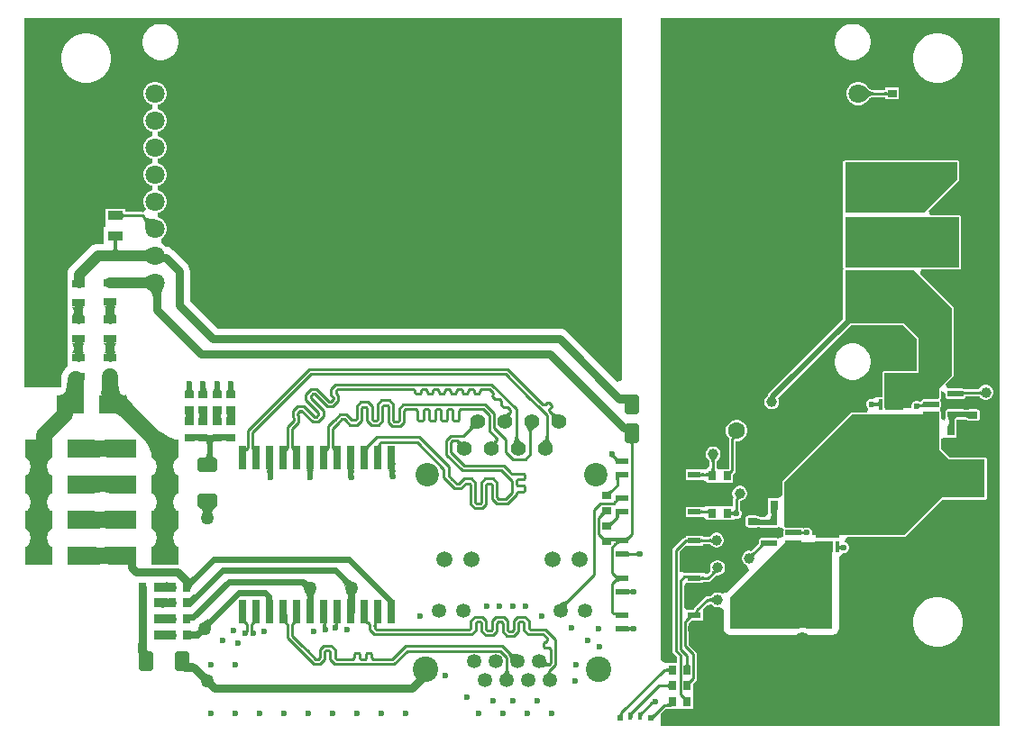
<source format=gtl>
G04*
G04 #@! TF.GenerationSoftware,Altium Limited,Altium Designer,21.9.2 (33)*
G04*
G04 Layer_Physical_Order=1*
G04 Layer_Color=255*
%FSLAX25Y25*%
%MOIN*%
G70*
G04*
G04 #@! TF.SameCoordinates,1A6DD151-CB10-4FFE-AF26-4EE6108A4869*
G04*
G04*
G04 #@! TF.FilePolarity,Positive*
G04*
G01*
G75*
%ADD14C,0.01000*%
%ADD15C,0.05906*%
G04:AMPARAMS|DCode=17|XSize=35.43mil|YSize=27.56mil|CornerRadius=3.45mil|HoleSize=0mil|Usage=FLASHONLY|Rotation=180.000|XOffset=0mil|YOffset=0mil|HoleType=Round|Shape=RoundedRectangle|*
%AMROUNDEDRECTD17*
21,1,0.03543,0.02067,0,0,180.0*
21,1,0.02854,0.02756,0,0,180.0*
1,1,0.00689,-0.01427,0.01034*
1,1,0.00689,0.01427,0.01034*
1,1,0.00689,0.01427,-0.01034*
1,1,0.00689,-0.01427,-0.01034*
%
%ADD17ROUNDEDRECTD17*%
%ADD18R,0.03543X0.02756*%
%ADD19R,0.09843X0.06693*%
%ADD20R,0.02992X0.09016*%
%ADD21R,0.01339X0.03150*%
%ADD22R,0.09016X0.06732*%
%ADD23R,0.01339X0.03937*%
%ADD24R,0.06457X0.01968*%
%ADD25R,0.04800X0.02200*%
G04:AMPARAMS|DCode=26|XSize=72.84mil|YSize=53.15mil|CornerRadius=6.64mil|HoleSize=0mil|Usage=FLASHONLY|Rotation=90.000|XOffset=0mil|YOffset=0mil|HoleType=Round|Shape=RoundedRectangle|*
%AMROUNDEDRECTD26*
21,1,0.07284,0.03986,0,0,90.0*
21,1,0.05955,0.05315,0,0,90.0*
1,1,0.01329,0.01993,0.02977*
1,1,0.01329,0.01993,-0.02977*
1,1,0.01329,-0.01993,-0.02977*
1,1,0.01329,-0.01993,0.02977*
%
%ADD26ROUNDEDRECTD26*%
%ADD27R,0.02756X0.03543*%
G04:AMPARAMS|DCode=28|XSize=35.43mil|YSize=27.56mil|CornerRadius=3.45mil|HoleSize=0mil|Usage=FLASHONLY|Rotation=90.000|XOffset=0mil|YOffset=0mil|HoleType=Round|Shape=RoundedRectangle|*
%AMROUNDEDRECTD28*
21,1,0.03543,0.02067,0,0,90.0*
21,1,0.02854,0.02756,0,0,90.0*
1,1,0.00689,0.01034,0.01427*
1,1,0.00689,0.01034,-0.01427*
1,1,0.00689,-0.01034,-0.01427*
1,1,0.00689,-0.01034,0.01427*
%
%ADD28ROUNDEDRECTD28*%
G04:AMPARAMS|DCode=29|XSize=72.84mil|YSize=53.15mil|CornerRadius=6.64mil|HoleSize=0mil|Usage=FLASHONLY|Rotation=180.000|XOffset=0mil|YOffset=0mil|HoleType=Round|Shape=RoundedRectangle|*
%AMROUNDEDRECTD29*
21,1,0.07284,0.03986,0,0,180.0*
21,1,0.05955,0.05315,0,0,180.0*
1,1,0.01329,-0.02977,0.01993*
1,1,0.01329,0.02977,0.01993*
1,1,0.01329,0.02977,-0.01993*
1,1,0.01329,-0.02977,-0.01993*
%
%ADD29ROUNDEDRECTD29*%
%ADD30R,0.02362X0.01968*%
%ADD31R,0.01732X0.02953*%
%ADD32R,0.05433X0.03622*%
%ADD33R,0.04724X0.03150*%
%ADD34R,0.10709X0.06024*%
%ADD35R,0.09843X0.06693*%
G04:AMPARAMS|DCode=36|XSize=57.09mil|YSize=23.23mil|CornerRadius=2.9mil|HoleSize=0mil|Usage=FLASHONLY|Rotation=180.000|XOffset=0mil|YOffset=0mil|HoleType=Round|Shape=RoundedRectangle|*
%AMROUNDEDRECTD36*
21,1,0.05709,0.01742,0,0,180.0*
21,1,0.05128,0.02323,0,0,180.0*
1,1,0.00581,-0.02564,0.00871*
1,1,0.00581,0.02564,0.00871*
1,1,0.00581,0.02564,-0.00871*
1,1,0.00581,-0.02564,-0.00871*
%
%ADD36ROUNDEDRECTD36*%
%ADD37R,0.06024X0.10709*%
%ADD39R,0.28347X0.24410*%
%ADD40C,0.03937*%
%ADD74C,0.05906*%
%ADD76C,0.06299*%
%ADD84R,0.28347X0.24410*%
%ADD85R,0.29528X0.28406*%
%ADD86C,0.03150*%
%ADD87C,0.03000*%
%ADD88C,0.01968*%
%ADD89C,0.02362*%
%ADD90C,0.02756*%
%ADD91C,0.03937*%
%ADD92C,0.04724*%
%ADD93P,0.06681X4X180.0*%
%ADD94C,0.05315*%
%ADD95C,0.09449*%
%ADD96C,0.07087*%
%ADD97C,0.05400*%
%ADD98C,0.05512*%
%ADD99C,0.08661*%
%ADD100C,0.06300*%
%ADD101O,0.14173X0.05512*%
%ADD102O,0.05512X0.14173*%
%ADD103C,0.02362*%
%ADD104C,0.05000*%
%ADD105C,0.02402*%
G36*
X345669Y203150D02*
X333465Y190945D01*
X304331D01*
Y209449D01*
X345669D01*
Y203150D01*
D02*
G37*
G36*
X37163Y190689D02*
X37193Y190603D01*
X37243Y190529D01*
X37313Y190463D01*
X37403Y190409D01*
X37513Y190364D01*
X37643Y190329D01*
X37793Y190304D01*
X37963Y190288D01*
X38153Y190284D01*
Y189284D01*
X37963Y189278D01*
X37793Y189263D01*
X37643Y189239D01*
X37513Y189204D01*
X37403Y189158D01*
X37313Y189103D01*
X37243Y189039D01*
X37193Y188963D01*
X37163Y188879D01*
X37153Y188784D01*
Y190784D01*
X37163Y190689D01*
D02*
G37*
G36*
X45688Y189201D02*
X45911Y189062D01*
X46172Y188940D01*
X46473Y188835D01*
X46813Y188748D01*
X47192Y188677D01*
X47610Y188623D01*
X48563Y188566D01*
X49098Y188563D01*
X45591Y185055D01*
X45588Y185590D01*
X45531Y186543D01*
X45477Y186961D01*
X45406Y187340D01*
X45318Y187680D01*
X45213Y187981D01*
X45091Y188243D01*
X44952Y188466D01*
X44797Y188650D01*
X45504Y189357D01*
X45688Y189201D01*
D02*
G37*
G36*
X34954Y180477D02*
X35449D01*
X35354Y180467D01*
X35269Y180436D01*
X35194Y180386D01*
X35129Y180315D01*
X35074Y180224D01*
X35029Y180112D01*
X34994Y179981D01*
X34980Y179894D01*
X35092Y178442D01*
X35172Y177970D01*
X35270Y177552D01*
X35386Y177187D01*
X35520Y176875D01*
X35672Y176616D01*
X35842Y176411D01*
X33056D01*
X33226Y176616D01*
X33377Y176875D01*
X33511Y177187D01*
X33627Y177552D01*
X33726Y177970D01*
X33806Y178442D01*
X33913Y179545D01*
X33926Y179847D01*
X33904Y179981D01*
X33869Y180112D01*
X33824Y180224D01*
X33769Y180315D01*
X33704Y180386D01*
X33629Y180436D01*
X33544Y180467D01*
X33449Y180477D01*
X33944D01*
X33949Y180861D01*
X34949D01*
X34954Y180477D01*
D02*
G37*
G36*
X46603Y172539D02*
X46488Y172637D01*
X46341Y172724D01*
X46164Y172800D01*
X45956Y172867D01*
X45717Y172923D01*
X45448Y172969D01*
X44816Y173031D01*
X44454Y173046D01*
X44062Y173051D01*
Y176988D01*
X44454Y176993D01*
X45448Y177070D01*
X45717Y177116D01*
X45956Y177173D01*
X46164Y177239D01*
X46341Y177316D01*
X46488Y177403D01*
X46603Y177500D01*
Y172539D01*
D02*
G37*
G36*
X346457Y189094D02*
Y170591D01*
X304331D01*
Y189094D01*
X346457Y189094D01*
D02*
G37*
G36*
X46645Y162498D02*
X46529Y162592D01*
X46383Y162676D01*
X46206Y162750D01*
X45998Y162814D01*
X45759Y162868D01*
X45489Y162913D01*
X44857Y162972D01*
X44495Y162987D01*
X44102Y162992D01*
X44023Y166929D01*
X44415Y166935D01*
X45408Y167014D01*
X45677Y167061D01*
X45916Y167119D01*
X46123Y167188D01*
X46301Y167267D01*
X46447Y167357D01*
X46562Y167457D01*
X46645Y162498D01*
D02*
G37*
G36*
X51975Y162872D02*
X51867Y162652D01*
X51772Y162413D01*
X51690Y162155D01*
X51620Y161879D01*
X51563Y161585D01*
X51487Y160941D01*
X51468Y160591D01*
X51462Y160223D01*
X48312Y159447D01*
X48302Y159815D01*
X48270Y160159D01*
X48217Y160478D01*
X48142Y160773D01*
X48046Y161042D01*
X47929Y161287D01*
X47791Y161507D01*
X47631Y161703D01*
X47450Y161874D01*
X47248Y162020D01*
X52095Y163074D01*
X51975Y162872D01*
D02*
G37*
G36*
X34683Y156280D02*
X34551Y156185D01*
X34435Y156028D01*
X34334Y155807D01*
X34249Y155524D01*
X34179Y155177D01*
X34125Y154768D01*
X34117Y154637D01*
X34179Y153878D01*
X34249Y153531D01*
X34334Y153248D01*
X34435Y153027D01*
X34551Y152870D01*
X34683Y152775D01*
X34830Y152744D01*
X30130D01*
X30277Y152775D01*
X30409Y152870D01*
X30525Y153027D01*
X30626Y153248D01*
X30712Y153531D01*
X30781Y153878D01*
X30836Y154287D01*
X30844Y154418D01*
X30781Y155177D01*
X30712Y155524D01*
X30626Y155807D01*
X30525Y156028D01*
X30409Y156185D01*
X30277Y156280D01*
X30130Y156311D01*
X34830D01*
X34683Y156280D01*
D02*
G37*
G36*
X22872Y155886D02*
X22740Y155792D01*
X22624Y155634D01*
X22523Y155414D01*
X22438Y155130D01*
X22368Y154784D01*
X22322Y154437D01*
X22368Y153878D01*
X22438Y153531D01*
X22523Y153248D01*
X22624Y153027D01*
X22740Y152870D01*
X22872Y152775D01*
X23020Y152744D01*
X18319D01*
X18466Y152775D01*
X18598Y152870D01*
X18714Y153027D01*
X18815Y153248D01*
X18901Y153531D01*
X18970Y153878D01*
X19016Y154224D01*
X18970Y154784D01*
X18901Y155130D01*
X18815Y155414D01*
X18714Y155634D01*
X18598Y155792D01*
X18466Y155886D01*
X18319Y155918D01*
X23020D01*
X22872Y155886D01*
D02*
G37*
G36*
X34683Y142500D02*
X34551Y142406D01*
X34435Y142248D01*
X34334Y142028D01*
X34249Y141744D01*
X34179Y141398D01*
X34125Y140988D01*
X34117Y140858D01*
X34179Y140099D01*
X34249Y139752D01*
X34334Y139469D01*
X34435Y139248D01*
X34551Y139091D01*
X34683Y138996D01*
X34830Y138965D01*
X30130D01*
X30277Y138996D01*
X30409Y139091D01*
X30525Y139248D01*
X30626Y139469D01*
X30711Y139752D01*
X30781Y140099D01*
X30836Y140508D01*
X30844Y140639D01*
X30781Y141398D01*
X30712Y141744D01*
X30626Y142028D01*
X30525Y142248D01*
X30409Y142406D01*
X30277Y142500D01*
X30130Y142532D01*
X34830D01*
X34683Y142500D01*
D02*
G37*
G36*
X22872D02*
X22740Y142406D01*
X22624Y142248D01*
X22523Y142028D01*
X22438Y141744D01*
X22368Y141398D01*
X22314Y140988D01*
X22306Y140858D01*
X22368Y140098D01*
X22438Y139752D01*
X22523Y139468D01*
X22624Y139248D01*
X22740Y139090D01*
X22872Y138996D01*
X23020Y138964D01*
X18319D01*
X18466Y138996D01*
X18598Y139090D01*
X18714Y139248D01*
X18815Y139468D01*
X18901Y139752D01*
X18970Y140098D01*
X19025Y140508D01*
X19033Y140638D01*
X18970Y141398D01*
X18901Y141744D01*
X18815Y142028D01*
X18714Y142248D01*
X18598Y142406D01*
X18466Y142500D01*
X18319Y142532D01*
X23020D01*
X22872Y142500D01*
D02*
G37*
G36*
X221638Y128800D02*
X220183Y128197D01*
X201478Y146902D01*
X200656Y147533D01*
X199698Y147930D01*
X198670Y148065D01*
X72117D01*
X62042Y158141D01*
Y169291D01*
X61906Y170319D01*
X61510Y171277D01*
X60879Y172099D01*
X55904Y177074D01*
X55081Y177705D01*
X54124Y178102D01*
X53163Y178228D01*
X52276Y179115D01*
X51437Y179600D01*
X51302Y180759D01*
X51417Y181337D01*
X51793Y181554D01*
X52599Y182361D01*
X53169Y183348D01*
X53465Y184450D01*
Y185590D01*
X53169Y186691D01*
X52599Y187679D01*
X51793Y188485D01*
X50805Y189055D01*
X50248Y189205D01*
Y190835D01*
X50805Y190984D01*
X51793Y191554D01*
X52599Y192361D01*
X53169Y193348D01*
X53465Y194450D01*
Y195590D01*
X53169Y196691D01*
X52599Y197679D01*
X51793Y198485D01*
X50805Y199055D01*
X50248Y199205D01*
Y200835D01*
X50805Y200984D01*
X51793Y201554D01*
X52599Y202361D01*
X53169Y203348D01*
X53465Y204450D01*
Y205590D01*
X53169Y206691D01*
X52599Y207679D01*
X51793Y208485D01*
X50805Y209055D01*
X50248Y209205D01*
Y210835D01*
X50805Y210984D01*
X51793Y211554D01*
X52599Y212361D01*
X53169Y213348D01*
X53465Y214450D01*
Y215590D01*
X53169Y216691D01*
X52599Y217679D01*
X51793Y218485D01*
X50805Y219055D01*
X50248Y219204D01*
Y220835D01*
X50805Y220984D01*
X51793Y221554D01*
X52599Y222361D01*
X53169Y223348D01*
X53465Y224450D01*
Y225590D01*
X53169Y226691D01*
X52599Y227679D01*
X51793Y228485D01*
X50805Y229055D01*
X50248Y229205D01*
Y230835D01*
X50805Y230984D01*
X51793Y231554D01*
X52599Y232361D01*
X53169Y233348D01*
X53465Y234450D01*
Y235590D01*
X53169Y236691D01*
X52599Y237679D01*
X51793Y238485D01*
X50805Y239055D01*
X49704Y239350D01*
X48564D01*
X47462Y239055D01*
X46475Y238485D01*
X45668Y237679D01*
X45098Y236691D01*
X44803Y235590D01*
Y234450D01*
X45098Y233348D01*
X45668Y232361D01*
X46475Y231554D01*
X47462Y230984D01*
X48019Y230835D01*
Y229205D01*
X47462Y229055D01*
X46475Y228485D01*
X45668Y227679D01*
X45098Y226691D01*
X44803Y225590D01*
Y224450D01*
X45098Y223348D01*
X45668Y222361D01*
X46475Y221554D01*
X47462Y220984D01*
X48019Y220835D01*
Y219204D01*
X47462Y219055D01*
X46475Y218485D01*
X45668Y217679D01*
X45098Y216691D01*
X44803Y215590D01*
Y214450D01*
X45098Y213348D01*
X45668Y212361D01*
X46475Y211554D01*
X47462Y210984D01*
X48019Y210835D01*
Y209205D01*
X47462Y209055D01*
X46475Y208485D01*
X45668Y207679D01*
X45098Y206691D01*
X44803Y205590D01*
Y204450D01*
X45098Y203348D01*
X45668Y202361D01*
X46475Y201554D01*
X47462Y200984D01*
X48019Y200835D01*
Y199205D01*
X47462Y199055D01*
X46475Y198485D01*
X45668Y197679D01*
X45098Y196691D01*
X44803Y195590D01*
Y194450D01*
X45098Y193348D01*
X45668Y192361D01*
X44888Y191080D01*
X44789Y191013D01*
X44370Y191096D01*
X37953D01*
Y192382D01*
X30945D01*
Y187224D01*
X30945Y187185D01*
X30850Y185650D01*
X30158D01*
Y179388D01*
X28169D01*
X27039Y179239D01*
X25985Y178803D01*
X25081Y178108D01*
X17974Y171002D01*
X17280Y170097D01*
X16844Y169044D01*
X16695Y167913D01*
Y164961D01*
X16732Y164677D01*
Y161417D01*
X16732Y161417D01*
Y160630D01*
X16732D01*
X16732Y159843D01*
Y157738D01*
X16698Y157480D01*
Y151181D01*
X16732Y150923D01*
Y148032D01*
X16732D01*
Y147244D01*
X16732D01*
Y144352D01*
X16698Y144095D01*
Y137402D01*
X16732Y137144D01*
Y134252D01*
X15838Y133048D01*
X15042Y132011D01*
X14507Y130718D01*
X14324Y129331D01*
Y126378D01*
X803D01*
X803Y262977D01*
X221638D01*
Y128800D01*
D02*
G37*
G36*
X78157Y126386D02*
X78219Y125756D01*
X78274Y125500D01*
X78343Y125283D01*
X78429Y125106D01*
X78530Y124968D01*
X78646Y124870D01*
X78778Y124811D01*
X78925Y124791D01*
X75406D01*
X75553Y124811D01*
X75685Y124870D01*
X75801Y124968D01*
X75902Y125106D01*
X75987Y125283D01*
X76057Y125500D01*
X76111Y125756D01*
X76150Y126051D01*
X76173Y126386D01*
X76181Y126760D01*
X78150D01*
X78157Y126386D01*
D02*
G37*
G36*
X73039D02*
X73101Y125756D01*
X73156Y125500D01*
X73225Y125283D01*
X73311Y125106D01*
X73412Y124968D01*
X73528Y124870D01*
X73660Y124811D01*
X73807Y124791D01*
X70288D01*
X70435Y124811D01*
X70567Y124870D01*
X70683Y124968D01*
X70784Y125106D01*
X70869Y125283D01*
X70939Y125500D01*
X70993Y125756D01*
X71032Y126051D01*
X71055Y126386D01*
X71063Y126760D01*
X73032D01*
X73039Y126386D01*
D02*
G37*
G36*
X67921D02*
X67983Y125756D01*
X68037Y125500D01*
X68107Y125283D01*
X68192Y125106D01*
X68293Y124968D01*
X68410Y124870D01*
X68542Y124811D01*
X68689Y124791D01*
X65170D01*
X65317Y124811D01*
X65449Y124870D01*
X65565Y124968D01*
X65666Y125106D01*
X65751Y125283D01*
X65821Y125500D01*
X65875Y125756D01*
X65914Y126051D01*
X65937Y126386D01*
X65945Y126760D01*
X67913D01*
X67921Y126386D01*
D02*
G37*
G36*
X62803D02*
X62865Y125756D01*
X62919Y125500D01*
X62989Y125283D01*
X63074Y125106D01*
X63175Y124968D01*
X63292Y124870D01*
X63423Y124811D01*
X63571Y124791D01*
X60051D01*
X60199Y124811D01*
X60330Y124870D01*
X60447Y124968D01*
X60548Y125106D01*
X60633Y125283D01*
X60703Y125500D01*
X60757Y125756D01*
X60796Y126051D01*
X60819Y126386D01*
X60827Y126760D01*
X62795D01*
X62803Y126386D01*
D02*
G37*
G36*
X35454Y127557D02*
X35627Y125916D01*
X35779Y125250D01*
X35974Y124685D01*
X36212Y124223D01*
X36494Y123864D01*
X36819Y123607D01*
X37187Y123453D01*
X37598Y123401D01*
X28555Y123413D01*
X28740Y123464D01*
X28905Y123618D01*
X29051Y123874D01*
X29177Y124232D01*
X29284Y124693D01*
X29372Y125256D01*
X29488Y126689D01*
X29527Y128532D01*
X35433D01*
X35454Y127557D01*
D02*
G37*
G36*
X22626Y123413D02*
X13780Y123401D01*
X14341Y123461D01*
X14842Y123639D01*
X15285Y123935D01*
X15669Y124350D01*
X15994Y124883D01*
X16260Y125533D01*
X16466Y126303D01*
X16614Y127190D01*
X16703Y128195D01*
X16732Y129319D01*
X22638D01*
X22626Y123413D01*
D02*
G37*
G36*
X354773Y123166D02*
X354694Y123251D01*
X354605Y123328D01*
X354505Y123395D01*
X354394Y123453D01*
X354272Y123502D01*
X354139Y123543D01*
X353995Y123574D01*
X353841Y123596D01*
X353675Y123610D01*
X353499Y123614D01*
X353341Y124614D01*
X353518Y124619D01*
X353680Y124635D01*
X353829Y124662D01*
X353963Y124699D01*
X354083Y124747D01*
X354190Y124805D01*
X354281Y124874D01*
X354359Y124953D01*
X354423Y125043D01*
X354473Y125144D01*
X354773Y123166D01*
D02*
G37*
G36*
X347907Y124838D02*
X347966Y124791D01*
X348038Y124750D01*
X348125Y124714D01*
X348226Y124683D01*
X348342Y124658D01*
X348471Y124639D01*
X348615Y124625D01*
X348946Y124614D01*
Y123614D01*
X348750Y123609D01*
X348575Y123594D01*
X348422Y123569D01*
X348289Y123534D01*
X348177Y123489D01*
X348087Y123434D01*
X348017Y123369D01*
X347968Y123294D01*
X347941Y123209D01*
X347934Y123114D01*
X347863Y124891D01*
X347907Y124838D01*
D02*
G37*
G36*
X343701Y155512D02*
Y130709D01*
X338976Y125984D01*
Y122362D01*
X338590Y122044D01*
X338568Y122049D01*
X333440D01*
X333019Y121965D01*
X332663Y121727D01*
X332425Y121370D01*
X332355Y121020D01*
X332048Y120946D01*
X331841Y120943D01*
X331824Y120960D01*
X331100Y121260D01*
X330317D01*
X329594Y120960D01*
X329040Y120406D01*
X328740Y119683D01*
Y118900D01*
X328476Y118504D01*
X318898D01*
Y131496D01*
X331496D01*
Y144488D01*
X325984Y150000D01*
X304331D01*
Y169685D01*
X329528D01*
X343701Y155512D01*
D02*
G37*
G36*
X361402Y803D02*
X236221Y803D01*
Y5545D01*
X237933Y7258D01*
X239476D01*
X239603Y7283D01*
X242520D01*
X242520Y7283D01*
X243701D01*
Y7283D01*
X244094Y7283D01*
X248031D01*
Y11614D01*
X248031Y12402D01*
X248031D01*
Y13189D01*
X248031D01*
Y16451D01*
X249172Y17592D01*
X249457Y18017D01*
X249557Y18520D01*
Y27464D01*
X249457Y27966D01*
X249172Y28392D01*
X246499Y31065D01*
Y38922D01*
X247559Y39983D01*
X251774D01*
Y43758D01*
X251774D01*
X251645Y44068D01*
X253277Y45700D01*
X254881Y45946D01*
X255395Y45432D01*
X256023Y45070D01*
X256724Y44882D01*
X257449D01*
X257828Y44983D01*
X258810Y44493D01*
X259402Y43974D01*
Y37008D01*
X259586Y36086D01*
X260108Y35305D01*
X260889Y34783D01*
X261811Y34599D01*
X287246D01*
X287246Y34599D01*
X287803Y34710D01*
X288583Y34813D01*
X289362Y34710D01*
X289919Y34599D01*
X289919Y34599D01*
X299606D01*
X300528Y34783D01*
X301309Y35305D01*
X301831Y36086D01*
X302015Y37008D01*
Y63583D01*
X302661Y64370D01*
X303031D01*
Y64617D01*
X303545Y64961D01*
X304329D01*
X305052Y65260D01*
X305606Y65814D01*
X305906Y66538D01*
Y67321D01*
X305606Y68044D01*
X305052Y68598D01*
X304329Y68898D01*
X304313D01*
X304148Y69356D01*
X305257Y70851D01*
X326378D01*
X326378Y70851D01*
X326685Y70912D01*
X326946Y71086D01*
X340490Y84630D01*
X355906D01*
X356213Y84691D01*
X356473Y84865D01*
X356647Y85126D01*
X356708Y85433D01*
Y99606D01*
X356647Y99914D01*
X356473Y100174D01*
X356213Y100348D01*
X355906Y100409D01*
X342852D01*
X339779Y103482D01*
Y107165D01*
X341142Y107677D01*
X341535Y107677D01*
X345472D01*
Y110849D01*
X345507Y111024D01*
Y114355D01*
X349158D01*
X349332Y114095D01*
X349706Y113845D01*
X350148Y113757D01*
X353002D01*
X353444Y113845D01*
X353818Y114095D01*
X354068Y114470D01*
X354156Y114911D01*
Y116978D01*
X354068Y117420D01*
X353818Y117794D01*
X353444Y118045D01*
X353002Y118132D01*
X350148D01*
X349706Y118045D01*
X349591Y117968D01*
X348452D01*
X348439Y117987D01*
X348083Y118225D01*
X347662Y118308D01*
X342534D01*
X342114Y118225D01*
X341757Y117987D01*
X341519Y117630D01*
X341436Y117210D01*
Y115468D01*
X341519Y115047D01*
X341089Y113895D01*
X339779Y114623D01*
Y116142D01*
X339718Y116449D01*
X339667Y116526D01*
Y117210D01*
X339583Y117630D01*
X339411Y118209D01*
X339583Y118787D01*
X339667Y119208D01*
Y120950D01*
X339583Y121370D01*
X339544Y121794D01*
X339610Y121892D01*
X339684Y121983D01*
X339696Y122021D01*
X339718Y122054D01*
X339741Y122170D01*
X339775Y122283D01*
X339771Y122322D01*
X339779Y122362D01*
Y124754D01*
X339859Y124792D01*
X340003Y124782D01*
X340575Y124559D01*
X341436Y123795D01*
Y122948D01*
X341519Y122527D01*
X341757Y122171D01*
X342114Y121933D01*
X342534Y121849D01*
X347662D01*
X348083Y121933D01*
X348439Y122171D01*
X348678Y122527D01*
X348732Y122802D01*
X354045D01*
X354094Y122717D01*
X354607Y122204D01*
X355236Y121841D01*
X355936Y121653D01*
X356662D01*
X357363Y121841D01*
X357991Y122204D01*
X358505Y122717D01*
X358867Y123346D01*
X359055Y124047D01*
Y124772D01*
X358867Y125473D01*
X358505Y126102D01*
X357991Y126615D01*
X357363Y126978D01*
X356662Y127165D01*
X355936D01*
X355236Y126978D01*
X354607Y126615D01*
X354094Y126102D01*
X353731Y125473D01*
X353719Y125427D01*
X348466D01*
X348439Y125467D01*
X348083Y125705D01*
X347662Y125789D01*
X343003D01*
X342534Y125789D01*
X342150Y125795D01*
X341303Y127176D01*
X344268Y130141D01*
X344443Y130401D01*
X344504Y130709D01*
Y155512D01*
X344443Y155819D01*
X344268Y156079D01*
X344268Y156079D01*
X332015Y168333D01*
X332618Y169788D01*
X346457D01*
X346764Y169849D01*
X347024Y170023D01*
X347198Y170283D01*
X347259Y170591D01*
Y189094D01*
X347198Y189402D01*
X347024Y189662D01*
X346764Y189836D01*
X346457Y189897D01*
X335780Y189897D01*
X335127Y191472D01*
X346237Y202582D01*
X346411Y202842D01*
X346472Y203150D01*
Y209449D01*
X346411Y209756D01*
X346237Y210016D01*
X345976Y210191D01*
X345669Y210252D01*
X304331D01*
X304024Y210191D01*
X303763Y210016D01*
X303589Y209756D01*
X303528Y209449D01*
Y191255D01*
X303528Y190945D01*
X303565Y190020D01*
X303528Y189094D01*
X303528Y188655D01*
Y170591D01*
X303589Y170283D01*
X303686Y170138D01*
X303589Y169992D01*
X303528Y169685D01*
Y151358D01*
X276265Y124095D01*
X275873Y123509D01*
X275827Y123275D01*
X275473Y123071D01*
X274960Y122558D01*
X274597Y121930D01*
X274410Y121229D01*
Y120503D01*
X274597Y119802D01*
X274960Y119174D01*
X275473Y118661D01*
X276102Y118298D01*
X276802Y118110D01*
X277528D01*
X278229Y118298D01*
X278857Y118661D01*
X279371Y119174D01*
X279733Y119802D01*
X279921Y120503D01*
Y121229D01*
X279733Y121930D01*
X279541Y122262D01*
X306476Y149197D01*
X325652D01*
X330693Y144156D01*
Y132299D01*
X318898D01*
X318590Y132238D01*
X318330Y132064D01*
X318156Y131803D01*
X318095Y131496D01*
Y122638D01*
X315866D01*
X315866Y122638D01*
X314565Y122047D01*
X313782D01*
X313058Y121748D01*
X312504Y121194D01*
X312205Y120470D01*
Y119687D01*
X312504Y118964D01*
X312949Y118519D01*
X312898Y118004D01*
X312481Y116945D01*
X306693D01*
X306693Y116945D01*
X306386Y116883D01*
X306125Y116709D01*
X306125Y116709D01*
X281322Y91906D01*
X281148Y91646D01*
X281087Y91339D01*
Y86410D01*
X279512Y85236D01*
X275787D01*
Y80118D01*
X275787D01*
X275845Y79739D01*
X274554Y78165D01*
X272496D01*
X272322Y78424D01*
X271948Y78675D01*
X271506Y78762D01*
X268652D01*
X268210Y78675D01*
X267835Y78424D01*
X267585Y78050D01*
X267497Y77608D01*
Y75541D01*
X267585Y75100D01*
X267835Y74725D01*
X268210Y74475D01*
X268652Y74387D01*
X271506D01*
X271948Y74475D01*
X272062Y74552D01*
X272808D01*
X272820Y74533D01*
X273177Y74295D01*
X273597Y74211D01*
X278725D01*
X279146Y74295D01*
X279502Y74533D01*
X280943Y74171D01*
X281632Y73510D01*
X281593Y73312D01*
Y71570D01*
X281609Y71492D01*
X281362Y71123D01*
X281028Y70900D01*
X279502Y70349D01*
X279146Y70587D01*
X278725Y70671D01*
X273597D01*
X273177Y70587D01*
X272820Y70349D01*
X272582Y69992D01*
X272499Y69572D01*
Y68587D01*
X269575Y65664D01*
X269261Y65748D01*
X268535D01*
X267834Y65560D01*
X267206Y65197D01*
X266692Y64684D01*
X266330Y64056D01*
X266142Y63355D01*
Y62629D01*
X266330Y61928D01*
X266692Y61300D01*
X267206Y60787D01*
X267834Y60424D01*
X268104Y60352D01*
X268604Y59205D01*
X268641Y58661D01*
X260340Y50360D01*
X260103Y50127D01*
X258779Y49843D01*
X258150Y50206D01*
X257449Y50394D01*
X256724D01*
X256023Y50206D01*
X255395Y49843D01*
X254881Y49330D01*
X254662Y48950D01*
X253358D01*
X252856Y48851D01*
X252430Y48566D01*
X248677Y44813D01*
X248392Y44387D01*
X248292Y43884D01*
Y43758D01*
X245399D01*
X244620Y45010D01*
Y52510D01*
X245399Y53762D01*
X251774D01*
Y54268D01*
X253612D01*
X254115Y54368D01*
X254540Y54653D01*
X256611Y56723D01*
X256724Y56693D01*
X257449D01*
X258150Y56881D01*
X258779Y57244D01*
X259292Y57757D01*
X259655Y58385D01*
X259842Y59086D01*
Y59812D01*
X259655Y60513D01*
X259292Y61141D01*
X258779Y61654D01*
X258150Y62017D01*
X257449Y62205D01*
X256724D01*
X256023Y62017D01*
X255395Y61654D01*
X254881Y61141D01*
X254519Y60513D01*
X254331Y59812D01*
Y59086D01*
X254519Y58385D01*
X254534Y58359D01*
X253348Y57173D01*
X251774Y57537D01*
Y57537D01*
X245399D01*
Y57537D01*
X243926Y57782D01*
X243556Y57979D01*
X243045Y58394D01*
Y65300D01*
X244252Y66508D01*
X245399Y67542D01*
Y67542D01*
X245399Y67542D01*
X251774D01*
Y68244D01*
X254342D01*
X254488Y67993D01*
X255001Y67480D01*
X255629Y67117D01*
X256330Y66929D01*
X257056D01*
X257757Y67117D01*
X258385Y67480D01*
X258898Y67993D01*
X259261Y68621D01*
X259449Y69322D01*
Y70048D01*
X259261Y70749D01*
X258898Y71377D01*
X258385Y71890D01*
X257757Y72253D01*
X257056Y72441D01*
X256330D01*
X255629Y72253D01*
X255001Y71890D01*
X254488Y71377D01*
X254195Y70870D01*
X251774D01*
Y71316D01*
X245399D01*
Y70742D01*
X245318D01*
X244815Y70642D01*
X244390Y70357D01*
X240804Y66772D01*
X240520Y66346D01*
X240420Y65844D01*
Y28784D01*
X240520Y28282D01*
X240804Y27856D01*
X242176Y26485D01*
Y24213D01*
X238189D01*
Y24213D01*
X237742Y24085D01*
X236221Y25289D01*
Y262977D01*
X361402D01*
X361402Y803D01*
D02*
G37*
G36*
X316677Y119079D02*
X316667Y119174D01*
X316637Y119259D01*
X316586Y119334D01*
X316516Y119399D01*
X316424Y119454D01*
X316313Y119499D01*
X316182Y119534D01*
X316030Y119559D01*
X315858Y119574D01*
X315823Y119575D01*
X315718Y119566D01*
X315610Y119549D01*
X315507Y119527D01*
X315411Y119497D01*
X315320Y119461D01*
X315235Y119419D01*
X315157Y119370D01*
X315084Y119314D01*
X315017Y119252D01*
Y120905D01*
X315084Y120843D01*
X315157Y120788D01*
X315235Y120739D01*
X315320Y120696D01*
X315411Y120660D01*
X315507Y120631D01*
X315610Y120608D01*
X315718Y120592D01*
X315823Y120583D01*
X315858Y120584D01*
X316030Y120599D01*
X316182Y120624D01*
X316313Y120659D01*
X316424Y120704D01*
X316516Y120759D01*
X316586Y120824D01*
X316637Y120899D01*
X316667Y120984D01*
X316677Y121079D01*
Y119079D01*
D02*
G37*
G36*
X333331Y118946D02*
X333291Y118966D01*
X333236Y118984D01*
X333163Y119000D01*
X333075Y119014D01*
X332851Y119035D01*
X332463Y119049D01*
X332453Y119048D01*
X332340Y119037D01*
X332234Y119018D01*
X332136Y118991D01*
X332046Y118957D01*
X331964Y118915D01*
X331890Y118865D01*
X331823Y118808D01*
X331765Y118744D01*
X331714Y118671D01*
X331349Y120284D01*
X331423Y120240D01*
X331503Y120200D01*
X331587Y120166D01*
X331677Y120135D01*
X331772Y120110D01*
X331871Y120089D01*
X331976Y120073D01*
X332201Y120054D01*
X332228Y120054D01*
X332358Y120057D01*
X332537Y120072D01*
X332694Y120097D01*
X332828Y120132D01*
X332941Y120177D01*
X333031Y120232D01*
X333098Y120297D01*
X333144Y120372D01*
X333167Y120457D01*
X333168Y120552D01*
X333331Y118946D01*
D02*
G37*
G36*
X222944Y119833D02*
X222934Y119946D01*
X222877Y120048D01*
X222774Y120137D01*
X222625Y120215D01*
X222429Y120281D01*
X222188Y120334D01*
X221900Y120376D01*
X221566Y120406D01*
X220760Y120430D01*
Y123580D01*
X223343Y123671D01*
X222944Y119833D01*
D02*
G37*
G36*
X180890Y116542D02*
X180789Y116431D01*
X180707Y116321D01*
X180644Y116211D01*
X180601Y116102D01*
X180578Y115994D01*
X180574Y115887D01*
X180589Y115780D01*
X180624Y115674D01*
X180679Y115568D01*
X180753Y115464D01*
X178708Y116494D01*
X178848Y116497D01*
X178989Y116516D01*
X179132Y116551D01*
X179277Y116602D01*
X179424Y116669D01*
X179572Y116753D01*
X179722Y116853D01*
X179874Y116969D01*
X180027Y117101D01*
X180183Y117249D01*
X180890Y116542D01*
D02*
G37*
G36*
X347880Y117410D02*
X348013Y117354D01*
X348169Y117306D01*
X348348Y117263D01*
X348551Y117227D01*
X348930Y117186D01*
X349863Y117239D01*
X349957Y117264D01*
X350018Y117292D01*
X349908Y114672D01*
X349827Y114768D01*
X349717Y114854D01*
X349580Y114929D01*
X349415Y114995D01*
X349222Y115051D01*
X349001Y115096D01*
X348753Y115132D01*
X348172Y115172D01*
X347840Y115177D01*
X347841Y115204D01*
X347771Y115205D01*
Y117472D01*
X347880Y117410D01*
D02*
G37*
G36*
X196245Y116818D02*
X196412Y116695D01*
X196586Y116593D01*
X196769Y116510D01*
X196961Y116448D01*
X197161Y116405D01*
X197370Y116384D01*
X197587Y116382D01*
X197813Y116401D01*
X198047Y116440D01*
X195903Y114295D01*
X195941Y114529D01*
X195960Y114755D01*
X195958Y114972D01*
X195937Y115181D01*
X195895Y115381D01*
X195832Y115573D01*
X195750Y115756D01*
X195647Y115931D01*
X195524Y116097D01*
X195381Y116254D01*
X196088Y116962D01*
X196245Y116818D01*
D02*
G37*
G36*
X78547Y117245D02*
X78597Y116547D01*
X78925D01*
X78852Y116520D01*
X78788Y116437D01*
X78730Y116299D01*
X78681Y116106D01*
X78644Y115891D01*
X78674Y115481D01*
X78721Y115241D01*
X78775Y115038D01*
X78837Y114873D01*
X78906Y114746D01*
X78558D01*
X78543Y113792D01*
X75787D01*
X75784Y114315D01*
X75752Y114746D01*
X75425D01*
X75494Y114873D01*
X75555Y115038D01*
X75610Y115241D01*
X75657Y115481D01*
X75682Y115682D01*
X75650Y116106D01*
X75600Y116299D01*
X75543Y116437D01*
X75478Y116520D01*
X75406Y116547D01*
X75757D01*
X75773Y116817D01*
X75787Y117711D01*
X78543D01*
X78547Y117245D01*
D02*
G37*
G36*
X73429Y117245D02*
X73479Y116547D01*
X73807D01*
X73734Y116520D01*
X73669Y116437D01*
X73612Y116299D01*
X73563Y116106D01*
X73526Y115891D01*
X73556Y115481D01*
X73603Y115241D01*
X73657Y115038D01*
X73719Y114873D01*
X73788Y114746D01*
X73440D01*
X73425Y113792D01*
X70669D01*
X70666Y114315D01*
X70633Y114746D01*
X70307D01*
X70376Y114873D01*
X70437Y115038D01*
X70492Y115241D01*
X70539Y115481D01*
X70564Y115682D01*
X70532Y116106D01*
X70482Y116299D01*
X70425Y116437D01*
X70360Y116520D01*
X70288Y116547D01*
X70639D01*
X70655Y116817D01*
X70669Y117711D01*
X73425D01*
X73429Y117245D01*
D02*
G37*
G36*
X68311D02*
X68361Y116547D01*
X68689D01*
X68616Y116520D01*
X68551Y116437D01*
X68494Y116299D01*
X68445Y116106D01*
X68408Y115891D01*
X68438Y115481D01*
X68485Y115241D01*
X68539Y115038D01*
X68601Y114873D01*
X68669Y114746D01*
X68322D01*
X68307Y113792D01*
X65551D01*
X65547Y114315D01*
X65515Y114746D01*
X65189D01*
X65258Y114873D01*
X65319Y115038D01*
X65374Y115241D01*
X65421Y115481D01*
X65445Y115682D01*
X65414Y116106D01*
X65364Y116299D01*
X65307Y116437D01*
X65242Y116520D01*
X65170Y116547D01*
X65521D01*
X65537Y116817D01*
X65551Y117711D01*
X68307D01*
X68311Y117245D01*
D02*
G37*
G36*
X63193D02*
X63243Y116547D01*
X63571D01*
X63498Y116520D01*
X63433Y116437D01*
X63376Y116299D01*
X63326Y116106D01*
X63290Y115891D01*
X63319Y115481D01*
X63367Y115241D01*
X63421Y115038D01*
X63482Y114873D01*
X63551Y114746D01*
X63204D01*
X63189Y113792D01*
X60433D01*
X60429Y114315D01*
X60397Y114746D01*
X60071D01*
X60140Y114873D01*
X60201Y115038D01*
X60255Y115241D01*
X60303Y115481D01*
X60327Y115682D01*
X60296Y116106D01*
X60246Y116299D01*
X60189Y116437D01*
X60124Y116520D01*
X60051Y116547D01*
X60403D01*
X60419Y116817D01*
X60433Y117711D01*
X63189D01*
X63193Y117245D01*
D02*
G37*
G36*
X38436Y123101D02*
X38624Y122690D01*
X38938Y122180D01*
X39376Y121571D01*
X40629Y120056D01*
X43447Y117041D01*
X44638Y115838D01*
X39555Y112568D01*
X38357Y113725D01*
X36202Y115546D01*
X35246Y116211D01*
X34371Y116712D01*
X33576Y117049D01*
X32862Y117221D01*
X32228Y117230D01*
X31675Y117075D01*
X31203Y116756D01*
X38374Y123413D01*
X38436Y123101D01*
D02*
G37*
G36*
X345669Y115196D02*
X345482Y115184D01*
X345315Y115132D01*
X345167Y115037D01*
X345039Y114902D01*
X344931Y114724D01*
X344843Y114506D01*
X344774Y114245D01*
X344724Y113943D01*
X344695Y113600D01*
X344685Y113215D01*
X344681D01*
X344673Y111996D01*
X341941D01*
X342089Y112016D01*
X342220Y112075D01*
X342337Y112173D01*
X342437Y112311D01*
X342523Y112488D01*
X342593Y112705D01*
X342647Y112960D01*
X342686Y113256D01*
X342707Y113563D01*
X342645Y114268D01*
X342605Y114490D01*
X342557Y114697D01*
X342499Y114887D01*
X342432Y115060D01*
X342357Y115218D01*
X342272Y115359D01*
X345669Y115196D01*
D02*
G37*
G36*
X168575Y110984D02*
X168187Y110981D01*
X167491Y110931D01*
X167181Y110885D01*
X166898Y110824D01*
X166640Y110748D01*
X166409Y110658D01*
X166203Y110553D01*
X166024Y110434D01*
X165870Y110301D01*
X165163Y111008D01*
X165296Y111162D01*
X165415Y111341D01*
X165520Y111547D01*
X165610Y111778D01*
X165685Y112036D01*
X165747Y112319D01*
X165793Y112629D01*
X165825Y112964D01*
X165846Y113713D01*
X168575Y110984D01*
D02*
G37*
G36*
X189903Y111311D02*
X189604Y111140D01*
X189337Y110963D01*
X189101Y110780D01*
X188897Y110592D01*
X188724Y110398D01*
X188582Y110198D01*
X188472Y109993D01*
X188394Y109783D01*
X188346Y109566D01*
X188331Y109344D01*
X187331Y109642D01*
X187319Y109801D01*
X187285Y109986D01*
X187229Y110197D01*
X187150Y110434D01*
X186923Y110984D01*
X186607Y111636D01*
X186199Y112391D01*
X189903Y111311D01*
D02*
G37*
G36*
X65372Y108666D02*
X65546Y108661D01*
Y106693D01*
X65372Y106691D01*
Y106331D01*
X65253Y106399D01*
X65112Y106461D01*
X64948Y106515D01*
X64763Y106562D01*
X64557Y106602D01*
X64355Y106627D01*
X64183Y106602D01*
X63792Y106515D01*
X63629Y106461D01*
X63487Y106399D01*
X63368Y106331D01*
Y106689D01*
X63195Y106693D01*
Y108661D01*
X63368Y108663D01*
Y109024D01*
X63487Y108955D01*
X63629Y108893D01*
X63792Y108839D01*
X63977Y108792D01*
X64183Y108752D01*
X64385Y108728D01*
X64557Y108752D01*
X64948Y108839D01*
X65112Y108893D01*
X65253Y108955D01*
X65372Y109024D01*
Y108666D01*
D02*
G37*
G36*
X32099Y106505D02*
X32665Y106496D01*
Y100591D01*
X32099Y100589D01*
Y100209D01*
X32039Y100281D01*
X31862Y100346D01*
X31567Y100403D01*
X31154Y100453D01*
X30315Y100507D01*
X26819Y100281D01*
X26760Y100209D01*
Y100581D01*
X26193Y100591D01*
Y106496D01*
X26760Y106498D01*
Y106878D01*
X26819Y106805D01*
X26996Y106740D01*
X27291Y106683D01*
X27705Y106633D01*
X28543Y106579D01*
X32039Y106805D01*
X32099Y106878D01*
Y106505D01*
D02*
G37*
G36*
X175964Y106228D02*
X175880Y106138D01*
X175808Y106051D01*
X175751Y105968D01*
X175708Y105888D01*
X175678Y105811D01*
X175663Y105738D01*
X175661Y105668D01*
X175673Y105602D01*
X175699Y105539D01*
X175740Y105480D01*
X174291Y106409D01*
X174363Y106398D01*
X174441Y106401D01*
X174524Y106418D01*
X174613Y106450D01*
X174707Y106495D01*
X174807Y106555D01*
X174911Y106629D01*
X175021Y106717D01*
X175257Y106935D01*
X175964Y106228D01*
D02*
G37*
G36*
X73724Y108955D02*
X73865Y108893D01*
X74028Y108839D01*
X74213Y108792D01*
X74420Y108752D01*
X74622Y108728D01*
X74793Y108752D01*
X75185Y108839D01*
X75348Y108893D01*
X75489Y108955D01*
X75608Y109024D01*
Y108666D01*
X75782Y108661D01*
Y106693D01*
X75608Y106691D01*
Y106331D01*
X75489Y106399D01*
X75348Y106461D01*
X75185Y106515D01*
X75000Y106562D01*
X74793Y106602D01*
X74591Y106627D01*
X74420Y106602D01*
X74028Y106515D01*
X73865Y106461D01*
X73724Y106399D01*
X73604Y106331D01*
Y106689D01*
X73431Y106693D01*
Y108661D01*
X73604Y108663D01*
Y109024D01*
X73724Y108955D01*
D02*
G37*
G36*
X194579Y107971D02*
X194591Y107789D01*
X194629Y107590D01*
X194693Y107373D01*
X194781Y107137D01*
X194895Y106884D01*
X195198Y106322D01*
X195388Y106015D01*
X195843Y105345D01*
X192043Y106012D01*
X192334Y106223D01*
X192596Y106435D01*
X192826Y106648D01*
X193026Y106860D01*
X193195Y107074D01*
X193333Y107288D01*
X193441Y107502D01*
X193517Y107718D01*
X193563Y107933D01*
X193579Y108150D01*
X194579Y107971D01*
D02*
G37*
G36*
X183255Y107902D02*
X183302Y107685D01*
X183381Y107476D01*
X183491Y107274D01*
X183633Y107080D01*
X183807Y106892D01*
X184012Y106711D01*
X184249Y106538D01*
X184518Y106372D01*
X184818Y106213D01*
X181154Y105005D01*
X181360Y105411D01*
X182065Y107016D01*
X182141Y107251D01*
X182195Y107459D01*
X182228Y107638D01*
X182239Y107789D01*
X183239Y108125D01*
X183255Y107902D01*
D02*
G37*
G36*
X70293Y107946D02*
X72047Y106693D01*
X71711Y106673D01*
X71409Y106614D01*
X71144Y106516D01*
X70913Y106378D01*
X70718Y106201D01*
X70559Y105984D01*
X70435Y105728D01*
X70346Y105433D01*
X70293Y105098D01*
X70276Y104724D01*
X68307D01*
X68293Y105098D01*
X68252Y105433D01*
X68183Y105728D01*
X68087Y105984D01*
X67963Y106201D01*
X67811Y106378D01*
X67632Y106516D01*
X67425Y106614D01*
X67191Y106673D01*
X66929Y106693D01*
X69291Y108661D01*
X70293Y108667D01*
Y107946D01*
D02*
G37*
G36*
X132633Y105270D02*
X132654Y105026D01*
X132673Y104927D01*
X132696Y104844D01*
X132725Y104775D01*
X132759Y104722D01*
X132798Y104684D01*
X132842Y104661D01*
X132892Y104653D01*
X131370D01*
X131420Y104661D01*
X131464Y104684D01*
X131503Y104722D01*
X131537Y104775D01*
X131565Y104844D01*
X131589Y104927D01*
X131607Y105026D01*
X131620Y105140D01*
X131628Y105270D01*
X131631Y105414D01*
X132631D01*
X132633Y105270D01*
D02*
G37*
G36*
X226588Y107993D02*
X226484Y107801D01*
X226392Y107563D01*
X226312Y107279D01*
X226244Y106949D01*
X226189Y106573D01*
X226115Y105683D01*
X226114Y105622D01*
X226590D01*
X226496Y105611D01*
X226411Y105581D01*
X226336Y105530D01*
X226271Y105459D01*
X226216Y105368D01*
X226171Y105257D01*
X226136Y105126D01*
X226111Y104974D01*
X226096Y104802D01*
X226091Y104613D01*
X226091Y104609D01*
X225091D01*
X225091Y104610D01*
X225086Y104802D01*
X225071Y104974D01*
X225046Y105126D01*
X225011Y105257D01*
X224966Y105368D01*
X224911Y105459D01*
X224846Y105530D01*
X224771Y105581D01*
X224686Y105611D01*
X224590Y105622D01*
X225055D01*
X224992Y106573D01*
X224937Y106949D01*
X224869Y107279D01*
X224790Y107563D01*
X224697Y107801D01*
X224593Y107993D01*
X224476Y108139D01*
X226705D01*
X226588Y107993D01*
D02*
G37*
G36*
X128746Y104653D02*
X128548Y104448D01*
X128237Y104081D01*
X128124Y103918D01*
X128039Y103770D01*
X127983Y103635D01*
X127954Y103515D01*
Y103409D01*
X127983Y103317D01*
X128039Y103239D01*
X126625Y104653D01*
X126703Y104597D01*
X126795Y104569D01*
X126901D01*
X127021Y104597D01*
X127155Y104653D01*
X127304Y104738D01*
X127466Y104851D01*
X127643Y104993D01*
X128039Y105360D01*
X128746Y104653D01*
D02*
G37*
G36*
X161325Y106737D02*
X161479Y106620D01*
X161638Y106522D01*
X161802Y106445D01*
X161970Y106388D01*
X162143Y106350D01*
X162321Y106333D01*
X162504Y106335D01*
X162691Y106358D01*
X162883Y106401D01*
X160942Y104460D01*
X160984Y104651D01*
X161007Y104839D01*
X161009Y105021D01*
X160992Y105199D01*
X160954Y105372D01*
X160897Y105541D01*
X160820Y105704D01*
X160722Y105863D01*
X160605Y106018D01*
X160468Y106167D01*
X161175Y106874D01*
X161325Y106737D01*
D02*
G37*
G36*
X82995Y104344D02*
X83005Y104336D01*
X83013Y104324D01*
X83019Y104305D01*
X83024Y104281D01*
X83026Y104252D01*
X83027Y104229D01*
X83646Y103610D01*
X83528Y103495D01*
X83182Y103199D01*
X83126Y103167D01*
X83083Y103151D01*
X83052Y103152D01*
X83033Y103170D01*
X83027Y103204D01*
Y104217D01*
X83027Y104229D01*
X82939Y104317D01*
X82956Y104332D01*
X82971Y104342D01*
X82984Y104345D01*
X82995Y104344D01*
D02*
G37*
G36*
X70285Y101888D02*
X70315Y101552D01*
X70364Y101254D01*
X70433Y100997D01*
X70522Y100779D01*
X70630Y100601D01*
X70758Y100462D01*
X70906Y100363D01*
X71073Y100304D01*
X71260Y100284D01*
X67323D01*
X67510Y100304D01*
X67677Y100363D01*
X67825Y100462D01*
X67953Y100601D01*
X68061Y100779D01*
X68150Y100997D01*
X68218Y101254D01*
X68268Y101552D01*
X68297Y101888D01*
X68307Y102264D01*
X70276D01*
X70285Y101888D01*
D02*
G37*
G36*
X219239Y101198D02*
X219233Y101112D01*
X219239Y101025D01*
X219256Y100937D01*
X219284Y100850D01*
X219323Y100762D01*
X219373Y100675D01*
X219433Y100587D01*
X219485Y100523D01*
X219848Y100213D01*
X220015Y100095D01*
X220165Y100007D01*
X220298Y99951D01*
X220414Y99925D01*
X220513Y99930D01*
X220595Y99966D01*
X220661Y100033D01*
X219510Y98379D01*
X219551Y98470D01*
X219559Y98581D01*
X219533Y98710D01*
X219476Y98858D01*
X219385Y99026D01*
X219261Y99212D01*
X219104Y99417D01*
X218693Y99885D01*
X218595Y99985D01*
X218431Y100125D01*
X218346Y100188D01*
X218177Y100294D01*
X218093Y100337D01*
X218009Y100373D01*
X217926Y100402D01*
X217843Y100424D01*
X219255Y101285D01*
X219239Y101198D01*
D02*
G37*
G36*
X138016Y95642D02*
X137995Y95583D01*
X137977Y95485D01*
X137961Y95347D01*
X137936Y94953D01*
X137917Y93693D01*
X135948D01*
X135940Y94067D01*
X135913Y94402D01*
X135869Y94697D01*
X135808Y94953D01*
X135729Y95170D01*
X135633Y95347D01*
X135519Y95485D01*
X135387Y95583D01*
X135238Y95642D01*
X135071Y95662D01*
X138039D01*
X138016Y95642D01*
D02*
G37*
G36*
X122944D02*
X122859Y95583D01*
X122784Y95485D01*
X122719Y95347D01*
X122664Y95170D01*
X122619Y94953D01*
X122584Y94697D01*
X122544Y94067D01*
X122539Y93693D01*
X120571D01*
X120566Y94067D01*
X120491Y94953D01*
X120446Y95170D01*
X120391Y95347D01*
X120326Y95485D01*
X120251Y95583D01*
X120166Y95642D01*
X120071Y95662D01*
X123039D01*
X122944Y95642D01*
D02*
G37*
G36*
X107910D02*
X107794Y95583D01*
X107692Y95485D01*
X107604Y95347D01*
X107529Y95170D01*
X107468Y94953D01*
X107420Y94697D01*
X107386Y94402D01*
X107366Y94067D01*
X107359Y93693D01*
X105390D01*
X105387Y94067D01*
X105310Y95170D01*
X105275Y95347D01*
X105234Y95485D01*
X105186Y95583D01*
X105132Y95642D01*
X105071Y95662D01*
X108039D01*
X107910Y95642D01*
D02*
G37*
G36*
X92964D02*
X92896Y95583D01*
X92836Y95485D01*
X92785Y95347D01*
X92741Y95170D01*
X92705Y94953D01*
X92677Y94697D01*
X92645Y94067D01*
X92641Y93693D01*
X90673D01*
X90667Y94067D01*
X90619Y94697D01*
X90576Y94953D01*
X90522Y95170D01*
X90456Y95347D01*
X90378Y95485D01*
X90288Y95583D01*
X90185Y95642D01*
X90071Y95662D01*
X93039D01*
X92964Y95642D01*
D02*
G37*
G36*
X48564Y111951D02*
X50894Y109947D01*
X51993Y109133D01*
X53048Y108444D01*
X54059Y107880D01*
X55027Y107441D01*
X55950Y107128D01*
X56830Y106940D01*
X57665Y106878D01*
X47847Y100209D01*
X57665D01*
X57293Y100150D01*
X56961Y99973D01*
X56667Y99677D01*
X56413Y99264D01*
X56198Y98733D01*
X56022Y98083D01*
X55885Y97315D01*
X55850Y97001D01*
X55885Y96583D01*
X56022Y95815D01*
X56198Y95165D01*
X56413Y94634D01*
X56667Y94220D01*
X56961Y93925D01*
X57293Y93748D01*
X57665Y93689D01*
X47847D01*
X48218Y93748D01*
X48551Y93925D01*
X48844Y94220D01*
X49099Y94634D01*
X49314Y95165D01*
X49490Y95815D01*
X49627Y96583D01*
X49662Y96896D01*
X49627Y97315D01*
X49490Y98083D01*
X49314Y98733D01*
X49099Y99264D01*
X48844Y99677D01*
X48551Y99973D01*
X48218Y100150D01*
X47847Y100209D01*
X47805Y101024D01*
X47680Y101840D01*
X47471Y102659D01*
X47179Y103481D01*
X46803Y104304D01*
X46343Y105129D01*
X45801Y105957D01*
X45174Y106787D01*
X44464Y107618D01*
X43671Y108453D01*
X47333Y113142D01*
X48564Y111951D01*
D02*
G37*
G36*
X10640Y100150D02*
X10307Y99973D01*
X10014Y99677D01*
X9759Y99264D01*
X9544Y98733D01*
X9368Y98083D01*
X9231Y97315D01*
X9196Y97001D01*
X9231Y96583D01*
X9368Y95815D01*
X9544Y95165D01*
X9759Y94634D01*
X10014Y94220D01*
X10307Y93925D01*
X10640Y93748D01*
X11012Y93689D01*
X1193D01*
X1565Y93748D01*
X1897Y93925D01*
X2191Y94220D01*
X2445Y94634D01*
X2661Y95165D01*
X2836Y95815D01*
X2974Y96583D01*
X3008Y96896D01*
X2974Y97315D01*
X2836Y98083D01*
X2661Y98733D01*
X2445Y99264D01*
X2191Y99677D01*
X1897Y99973D01*
X1565Y100150D01*
X1193Y100209D01*
X11012D01*
X10640Y100150D01*
D02*
G37*
G36*
X32099Y93508D02*
X32665Y93504D01*
Y87598D01*
X32099Y87595D01*
Y87020D01*
X32039Y87130D01*
X31862Y87228D01*
X31567Y87315D01*
X31154Y87390D01*
X30622Y87454D01*
X30020Y87493D01*
X27291Y87315D01*
X26996Y87228D01*
X26819Y87130D01*
X26760Y87020D01*
Y87589D01*
X26193Y87598D01*
Y93504D01*
X26760Y93522D01*
Y93689D01*
X26819Y93654D01*
X26996Y93622D01*
X27291Y93594D01*
X28099Y93564D01*
X32099Y93689D01*
Y93508D01*
D02*
G37*
G36*
X220891Y92870D02*
X220806Y92839D01*
X220731Y92788D01*
X220666Y92717D01*
X220611Y92626D01*
X220566Y92514D01*
X220531Y92383D01*
X220506Y92232D01*
X220491Y92060D01*
X220486Y91869D01*
X219486D01*
X219498Y92869D01*
X220986Y92881D01*
X220891Y92870D01*
D02*
G37*
G36*
X218608Y87980D02*
X218392Y87756D01*
X218055Y87364D01*
X217935Y87195D01*
X217847Y87045D01*
X217791Y86912D01*
X217767Y86798D01*
X217776Y86703D01*
X217816Y86625D01*
X217889Y86566D01*
X216093Y87574D01*
X216191Y87540D01*
X216307Y87537D01*
X216440Y87566D01*
X216590Y87626D01*
X216758Y87718D01*
X216944Y87841D01*
X217147Y87995D01*
X217605Y88398D01*
X217861Y88647D01*
X218608Y87980D01*
D02*
G37*
G36*
X220912Y84101D02*
X220836Y84157D01*
X220745Y84184D01*
X220639Y84182D01*
X220519Y84153D01*
X220385Y84095D01*
X220236Y84009D01*
X220074Y83895D01*
X219896Y83752D01*
X219498Y83382D01*
X218791Y84089D01*
X218990Y84295D01*
X219304Y84664D01*
X219418Y84827D01*
X219504Y84976D01*
X219562Y85110D01*
X219591Y85230D01*
X219593Y85336D01*
X219566Y85427D01*
X219510Y85503D01*
X220912Y84101D01*
D02*
G37*
G36*
X57293Y86961D02*
X56961Y86784D01*
X56667Y86488D01*
X56413Y86075D01*
X56198Y85544D01*
X56022Y84894D01*
X55885Y84126D01*
X55850Y83812D01*
X55885Y83394D01*
X56022Y82626D01*
X56198Y81976D01*
X56413Y81445D01*
X56667Y81031D01*
X56961Y80736D01*
X57293Y80559D01*
X57665Y80500D01*
X47847D01*
X48218Y80559D01*
X48551Y80736D01*
X48845Y81031D01*
X49099Y81445D01*
X49314Y81976D01*
X49490Y82626D01*
X49627Y83394D01*
X49662Y83708D01*
X49627Y84126D01*
X49490Y84894D01*
X49314Y85544D01*
X49099Y86075D01*
X48844Y86488D01*
X48551Y86784D01*
X48218Y86961D01*
X47847Y87020D01*
X57665D01*
X57293Y86961D01*
D02*
G37*
G36*
X10640D02*
X10307Y86784D01*
X10014Y86488D01*
X9759Y86075D01*
X9544Y85544D01*
X9368Y84894D01*
X9231Y84126D01*
X9196Y83812D01*
X9231Y83394D01*
X9368Y82626D01*
X9544Y81976D01*
X9759Y81445D01*
X10014Y81031D01*
X10307Y80736D01*
X10640Y80559D01*
X11012Y80500D01*
X1193D01*
X1565Y80559D01*
X1897Y80736D01*
X2191Y81031D01*
X2445Y81445D01*
X2661Y81976D01*
X2836Y82626D01*
X2974Y83394D01*
X3008Y83708D01*
X2974Y84126D01*
X2836Y84894D01*
X2661Y85544D01*
X2445Y86075D01*
X2191Y86488D01*
X1897Y86784D01*
X1565Y86961D01*
X1193Y87020D01*
X11012D01*
X10640Y86961D01*
D02*
G37*
G36*
X32099Y80127D02*
X32665Y80118D01*
Y74213D01*
X32099Y74211D01*
Y73831D01*
X32039Y73903D01*
X31862Y73968D01*
X31567Y74026D01*
X31154Y74075D01*
X30315Y74129D01*
X26819Y73903D01*
X26760Y73831D01*
Y74203D01*
X26193Y74213D01*
Y80118D01*
X26760Y80120D01*
Y80500D01*
X26819Y80427D01*
X26996Y80362D01*
X27291Y80305D01*
X27705Y80256D01*
X28543Y80201D01*
X32039Y80427D01*
X32099Y80500D01*
Y80127D01*
D02*
G37*
G36*
X215796Y79343D02*
X215719Y79399D01*
X215627Y79428D01*
X215521D01*
X215400Y79399D01*
X215266Y79343D01*
X215118Y79258D01*
X214955Y79145D01*
X214778Y79003D01*
X214382Y78636D01*
X213675Y79343D01*
X213873Y79548D01*
X214184Y79915D01*
X214297Y80078D01*
X214382Y80227D01*
X214439Y80361D01*
X214467Y80481D01*
Y80587D01*
X214439Y80679D01*
X214382Y80757D01*
X215796Y79343D01*
D02*
G37*
G36*
X71352Y81608D02*
X71085Y81512D01*
X70849Y81352D01*
X70645Y81128D01*
X70472Y80841D01*
X70330Y80489D01*
X70220Y80074D01*
X70187Y79873D01*
X70191Y79859D01*
X70221Y79786D01*
X70254Y79738D01*
X70165D01*
X70142Y79594D01*
X70095Y79051D01*
X70079Y78444D01*
X66929D01*
X66913Y79051D01*
X66866Y79594D01*
X66843Y79738D01*
X66754D01*
X66787Y79786D01*
X66817Y79859D01*
X66821Y79873D01*
X66788Y80074D01*
X66677Y80489D01*
X66536Y80841D01*
X66363Y81128D01*
X66159Y81352D01*
X65923Y81512D01*
X65655Y81608D01*
X65357Y81640D01*
X71651D01*
X71352Y81608D01*
D02*
G37*
G36*
X220756Y79093D02*
X220718Y79071D01*
X220685Y79034D01*
X220656Y78983D01*
X220631Y78917D01*
X220611Y78836D01*
X220596Y78740D01*
X220585Y78630D01*
X220576Y78367D01*
X219576D01*
X219575Y78504D01*
X219538Y79024D01*
X219526Y79060D01*
X219513Y79082D01*
X219498Y79089D01*
X220798Y79101D01*
X220756Y79093D01*
D02*
G37*
G36*
X271827Y77752D02*
X271936Y77666D01*
X272074Y77590D01*
X272239Y77525D01*
X272431Y77469D01*
X272652Y77423D01*
X272901Y77388D01*
X273481Y77348D01*
X273813Y77342D01*
X273762Y75374D01*
X273489Y75373D01*
Y75048D01*
X273379Y75110D01*
X273247Y75165D01*
X273091Y75214D01*
X272912Y75257D01*
X272709Y75292D01*
X272465Y75319D01*
X271791Y75281D01*
X271696Y75256D01*
X271636Y75228D01*
X271642Y75371D01*
X271345Y75374D01*
Y77342D01*
X271724Y77337D01*
X271746Y77848D01*
X271827Y77752D01*
D02*
G37*
G36*
X279246Y80898D02*
X279181Y80839D01*
X279124Y80740D01*
X279074Y80603D01*
X279032Y80425D01*
X278998Y80209D01*
X278971Y79953D01*
X278941Y79323D01*
X278939Y79130D01*
X278988Y77161D01*
X275984Y77324D01*
X276171Y77334D01*
X276339Y77386D01*
X276486Y77480D01*
X276614Y77615D01*
X276722Y77792D01*
X276811Y78011D01*
X276880Y78272D01*
X276929Y78574D01*
X276959Y78918D01*
X276966Y79203D01*
X276965Y79323D01*
X276907Y80209D01*
X276873Y80425D01*
X276831Y80603D01*
X276782Y80740D01*
X276724Y80839D01*
X276659Y80898D01*
X276587Y80918D01*
X279319D01*
X279246Y80898D01*
D02*
G37*
G36*
X218608Y76192D02*
X218408Y75985D01*
X218093Y75615D01*
X217979Y75451D01*
X217893Y75303D01*
X217835Y75169D01*
X217806Y75049D01*
X217805Y74944D01*
X217833Y74854D01*
X217889Y74778D01*
X216464Y76157D01*
X216542Y76103D01*
X216634Y76077D01*
X216740Y76078D01*
X216860Y76108D01*
X216994Y76166D01*
X217143Y76252D01*
X217305Y76366D01*
X217482Y76508D01*
X217878Y76876D01*
X218608Y76192D01*
D02*
G37*
G36*
X338976Y103150D02*
X342520Y99606D01*
X355906D01*
Y85433D01*
X340158D01*
X326378Y71653D01*
X292390D01*
X292126Y72049D01*
Y72833D01*
X291826Y73556D01*
X291273Y74110D01*
X290549Y74409D01*
X289766D01*
X289042Y74110D01*
X288984Y74051D01*
X288597Y74089D01*
X288240Y74327D01*
X287820Y74411D01*
X282692D01*
X282390Y74351D01*
X282019Y74556D01*
X281890Y74674D01*
X281890Y91339D01*
X306693Y116142D01*
X338976D01*
Y103150D01*
D02*
G37*
G36*
X288069Y73340D02*
X288100Y73257D01*
X288153Y73183D01*
X288226Y73119D01*
X288320Y73064D01*
X288435Y73020D01*
X288571Y72985D01*
X288693Y72966D01*
X288721Y72970D01*
X288824Y72993D01*
X288920Y73023D01*
X289011Y73059D01*
X289095Y73101D01*
X289174Y73150D01*
X289247Y73206D01*
X289314Y73268D01*
Y71614D01*
X289247Y71676D01*
X289174Y71732D01*
X289095Y71781D01*
X289011Y71823D01*
X288920Y71859D01*
X288824Y71889D01*
X288721Y71912D01*
X288693Y71916D01*
X288571Y71896D01*
X288435Y71862D01*
X288320Y71818D01*
X288226Y71763D01*
X288153Y71699D01*
X288100Y71625D01*
X288069Y71541D01*
X288058Y71448D01*
Y73434D01*
X288069Y73340D01*
D02*
G37*
G36*
X224981Y70731D02*
X224773Y70515D01*
X224446Y70133D01*
X224329Y69967D01*
X224242Y69818D01*
X224185Y69684D01*
X224159Y69568D01*
X224163Y69468D01*
X224197Y69384D01*
X224262Y69317D01*
X222646Y70505D01*
X222736Y70463D01*
X222845Y70454D01*
X222973Y70478D01*
X223121Y70535D01*
X223288Y70626D01*
X223475Y70750D01*
X223681Y70907D01*
X224150Y71321D01*
X224414Y71578D01*
X224981Y70731D01*
D02*
G37*
G36*
X214588Y71165D02*
X214957Y70852D01*
X215120Y70737D01*
X215269Y70651D01*
X215403Y70594D01*
X215523Y70564D01*
X215629Y70563D01*
X215720Y70590D01*
X215796Y70645D01*
X214394Y69243D01*
X214449Y69320D01*
X214476Y69411D01*
X214475Y69516D01*
X214446Y69636D01*
X214388Y69770D01*
X214302Y69919D01*
X214188Y70082D01*
X214045Y70259D01*
X213675Y70657D01*
X214382Y71364D01*
X214588Y71165D01*
D02*
G37*
G36*
X255066Y68577D02*
X254995Y68668D01*
X254912Y68750D01*
X254817Y68822D01*
X254711Y68884D01*
X254593Y68937D01*
X254463Y68980D01*
X254322Y69014D01*
X254169Y69038D01*
X254004Y69052D01*
X253827Y69057D01*
X253760Y70057D01*
X253936Y70062D01*
X254100Y70078D01*
X254250Y70104D01*
X254387Y70140D01*
X254512Y70186D01*
X254623Y70243D01*
X254721Y70310D01*
X254805Y70387D01*
X254877Y70475D01*
X254936Y70573D01*
X255066Y68577D01*
D02*
G37*
G36*
X250984Y70430D02*
X251014Y70351D01*
X251064Y70283D01*
X251134Y70223D01*
X251224Y70172D01*
X251334Y70131D01*
X251464Y70099D01*
X251614Y70076D01*
X251784Y70062D01*
X251974Y70057D01*
Y69057D01*
X251782Y69052D01*
X251611Y69037D01*
X251459Y69012D01*
X251328Y68977D01*
X251217Y68932D01*
X251126Y68877D01*
X251055Y68812D01*
X251004Y68737D01*
X250973Y68652D01*
X250962Y68557D01*
X250974Y70517D01*
X250984Y70430D01*
D02*
G37*
G36*
X246210Y68549D02*
X246201Y68621D01*
X246175Y68686D01*
X246130Y68743D01*
X246067Y68792D01*
X245987Y68834D01*
X245889Y68868D01*
X245773Y68895D01*
X245639Y68914D01*
X245487Y68925D01*
X245318Y68929D01*
Y69929D01*
X245487Y69933D01*
X245639Y69944D01*
X245773Y69963D01*
X245889Y69990D01*
X245987Y70024D01*
X246067Y70066D01*
X246130Y70116D01*
X246175Y70173D01*
X246201Y70237D01*
X246210Y70310D01*
Y68549D01*
D02*
G37*
G36*
X217911Y70623D02*
X217941Y70592D01*
X217991Y70565D01*
X218061Y70541D01*
X218151Y70521D01*
X218261Y70505D01*
X218541Y70483D01*
X218630Y70481D01*
X219498Y70517D01*
X219508Y69332D01*
X219552Y69435D01*
X219583Y69556D01*
X219586Y69664D01*
X219562Y69758D01*
X219510Y69838D01*
X220830Y68353D01*
X220757Y68412D01*
X220668Y68442D01*
X220565Y68443D01*
X220446Y68415D01*
X220312Y68357D01*
X220163Y68271D01*
X219999Y68155D01*
X219820Y68011D01*
X219415Y67634D01*
X218791Y68424D01*
X218987Y68626D01*
X219295Y68991D01*
X219408Y69152D01*
X219437Y69202D01*
X219418Y69231D01*
X219346Y69296D01*
X219255Y69351D01*
X219144Y69396D01*
X219013Y69431D01*
X218861Y69456D01*
X218700Y69470D01*
X218538Y69456D01*
X218387Y69431D01*
X218255Y69396D01*
X218144Y69351D01*
X218053Y69296D01*
X217982Y69231D01*
X217931Y69156D01*
X217900Y69071D01*
X217889Y68976D01*
X217901Y70657D01*
X217911Y70623D01*
D02*
G37*
G36*
X274728Y67558D02*
X274651Y67613D01*
X274560Y67640D01*
X274455Y67639D01*
X274335Y67610D01*
X274201Y67552D01*
X274052Y67466D01*
X273889Y67352D01*
X273711Y67209D01*
X273314Y66839D01*
X272606Y67546D01*
X272806Y67752D01*
X273119Y68121D01*
X273234Y68284D01*
X273320Y68433D01*
X273377Y68567D01*
X273407Y68687D01*
X273408Y68792D01*
X273381Y68883D01*
X273326Y68960D01*
X274728Y67558D01*
D02*
G37*
G36*
X57293Y73772D02*
X56961Y73595D01*
X56667Y73299D01*
X56413Y72886D01*
X56198Y72355D01*
X56022Y71705D01*
X55885Y70937D01*
X55850Y70623D01*
X55885Y70205D01*
X56022Y69437D01*
X56198Y68787D01*
X56413Y68256D01*
X56667Y67842D01*
X56961Y67547D01*
X57293Y67370D01*
X57665Y67311D01*
X47847D01*
X48218Y67370D01*
X48551Y67547D01*
X48844Y67842D01*
X49099Y68256D01*
X49314Y68787D01*
X49490Y69437D01*
X49627Y70205D01*
X49662Y70519D01*
X49627Y70937D01*
X49490Y71705D01*
X49314Y72355D01*
X49099Y72886D01*
X48845Y73299D01*
X48551Y73595D01*
X48218Y73772D01*
X47847Y73831D01*
X57665D01*
X57293Y73772D01*
D02*
G37*
G36*
X10640D02*
X10307Y73595D01*
X10014Y73299D01*
X9759Y72886D01*
X9544Y72355D01*
X9368Y71705D01*
X9231Y70937D01*
X9196Y70623D01*
X9231Y70205D01*
X9368Y69437D01*
X9544Y68787D01*
X9759Y68256D01*
X10014Y67842D01*
X10307Y67547D01*
X10640Y67370D01*
X11012Y67311D01*
X1193D01*
X1565Y67370D01*
X1897Y67547D01*
X2191Y67842D01*
X2445Y68256D01*
X2661Y68787D01*
X2836Y69437D01*
X2974Y70205D01*
X3008Y70519D01*
X2974Y70937D01*
X2836Y71705D01*
X2661Y72355D01*
X2445Y72886D01*
X2191Y73299D01*
X1897Y73595D01*
X1565Y73772D01*
X1193Y73831D01*
X11012D01*
X10640Y73772D01*
D02*
G37*
G36*
X32099Y66938D02*
X32665Y66929D01*
Y61024D01*
X32099Y61022D01*
Y60642D01*
X32039Y60715D01*
X31862Y60779D01*
X31567Y60837D01*
X31154Y60886D01*
X30315Y60940D01*
X26819Y60715D01*
X26760Y60642D01*
Y61014D01*
X26193Y61024D01*
Y66929D01*
X26760Y66931D01*
Y67311D01*
X26819Y67238D01*
X26996Y67173D01*
X27291Y67116D01*
X27705Y67067D01*
X28543Y67012D01*
X32039Y67238D01*
X32099Y67311D01*
Y66938D01*
D02*
G37*
G36*
X302230Y67834D02*
X302261Y67749D01*
X302311Y67674D01*
X302382Y67609D01*
X302473Y67554D01*
X302584Y67509D01*
X302643Y67494D01*
X302700Y67511D01*
X302790Y67547D01*
X302875Y67589D01*
X302954Y67638D01*
X303027Y67694D01*
X303094Y67756D01*
Y67433D01*
X303232Y67429D01*
Y66429D01*
X303094Y66426D01*
Y66102D01*
X303027Y66164D01*
X302954Y66220D01*
X302875Y66269D01*
X302790Y66312D01*
X302700Y66347D01*
X302643Y66365D01*
X302584Y66349D01*
X302473Y66304D01*
X302382Y66249D01*
X302311Y66184D01*
X302261Y66109D01*
X302230Y66024D01*
X302220Y65929D01*
Y66427D01*
X302158Y66429D01*
Y67429D01*
X302220Y67431D01*
Y67929D01*
X302230Y67834D01*
D02*
G37*
G36*
X271252Y64777D02*
X271131Y64649D01*
X271026Y64522D01*
X270937Y64397D01*
X270865Y64275D01*
X270810Y64154D01*
X270770Y64035D01*
X270747Y63918D01*
X270741Y63802D01*
X270751Y63689D01*
X270777Y63578D01*
X269295Y64920D01*
X269409Y64904D01*
X269525Y64904D01*
X269643Y64919D01*
X269762Y64948D01*
X269883Y64994D01*
X270005Y65054D01*
X270128Y65130D01*
X270254Y65220D01*
X270380Y65327D01*
X270509Y65448D01*
X271252Y64777D01*
D02*
G37*
G36*
X227553Y63692D02*
X227483Y63750D01*
X227407Y63802D01*
X227326Y63848D01*
X227239Y63888D01*
X227147Y63922D01*
X227049Y63949D01*
X226946Y63971D01*
X226837Y63986D01*
X226723Y63995D01*
X226603Y63998D01*
X226538Y64998D01*
X226659Y65001D01*
X226772Y65012D01*
X226880Y65029D01*
X226981Y65053D01*
X227076Y65084D01*
X227165Y65122D01*
X227247Y65167D01*
X227323Y65219D01*
X227393Y65277D01*
X227456Y65343D01*
X227553Y63692D01*
D02*
G37*
G36*
X224272Y65403D02*
X224303Y65318D01*
X224353Y65243D01*
X224424Y65178D01*
X224515Y65123D01*
X224626Y65078D01*
X224758Y65043D01*
X224910Y65018D01*
X225082Y65003D01*
X225274Y64998D01*
Y63998D01*
X225082Y63993D01*
X224910Y63978D01*
X224758Y63953D01*
X224626Y63918D01*
X224515Y63873D01*
X224424Y63818D01*
X224353Y63753D01*
X224303Y63678D01*
X224272Y63593D01*
X224262Y63498D01*
Y65498D01*
X224272Y65403D01*
D02*
G37*
G36*
X256869Y57492D02*
X256754Y57498D01*
X256637Y57490D01*
X256518Y57467D01*
X256399Y57430D01*
X256278Y57379D01*
X256155Y57314D01*
X256031Y57235D01*
X255906Y57142D01*
X255779Y57034D01*
X255651Y56913D01*
X254840Y57515D01*
X254961Y57644D01*
X255065Y57770D01*
X255151Y57894D01*
X255220Y58015D01*
X255272Y58134D01*
X255306Y58251D01*
X255323Y58365D01*
X255322Y58476D01*
X255305Y58586D01*
X255269Y58692D01*
X256869Y57492D01*
D02*
G37*
G36*
X246210Y55142D02*
X246199Y55237D01*
X246168Y55322D01*
X246118Y55397D01*
X246046Y55462D01*
X245955Y55517D01*
X245844Y55562D01*
X245713Y55597D01*
X245561Y55622D01*
X245390Y55637D01*
X245198Y55642D01*
Y56642D01*
X245388Y56643D01*
X246108Y56689D01*
X246158Y56703D01*
X246188Y56719D01*
X246198Y56738D01*
X246210Y55142D01*
D02*
G37*
G36*
X250972Y56486D02*
X251003Y56401D01*
X251053Y56326D01*
X251124Y56261D01*
X251215Y56206D01*
X251326Y56161D01*
X251458Y56126D01*
X251610Y56101D01*
X251782Y56086D01*
X251974Y56081D01*
Y55081D01*
X251782Y55076D01*
X251610Y55061D01*
X251458Y55036D01*
X251326Y55001D01*
X251215Y54956D01*
X251124Y54901D01*
X251053Y54836D01*
X251003Y54761D01*
X250972Y54676D01*
X250962Y54581D01*
Y56581D01*
X250972Y56486D01*
D02*
G37*
G36*
X53949Y53950D02*
X54681Y53937D01*
Y50787D01*
X53949Y50751D01*
Y50603D01*
X53917Y50638D01*
X53823Y50669D01*
X53666Y50697D01*
X53445Y50721D01*
X53395Y50723D01*
X51360Y50622D01*
Y50782D01*
X50799Y50787D01*
Y53937D01*
X51360Y53939D01*
Y54103D01*
X51438Y54071D01*
X51572Y54043D01*
X51763Y54018D01*
X52205Y53986D01*
X53917Y54087D01*
X53949Y54122D01*
Y53950D01*
D02*
G37*
G36*
X120671Y55341D02*
X121210Y54884D01*
X121379Y54765D01*
X121541Y54663D01*
X121698Y54577D01*
X121849Y54509D01*
X121994Y54457D01*
X122134Y54422D01*
X119210Y52498D01*
X119233Y52657D01*
X119233Y52820D01*
X119210Y52986D01*
X119164Y53156D01*
X119096Y53330D01*
X119005Y53507D01*
X118891Y53688D01*
X118754Y53873D01*
X118595Y54061D01*
X118413Y54253D01*
X120480Y55527D01*
X120671Y55341D01*
D02*
G37*
G36*
X104877Y54980D02*
X105487Y54445D01*
X105602Y54364D01*
X105703Y54303D01*
X105789Y54264D01*
X105861Y54246D01*
X105917Y54248D01*
X104081Y52188D01*
X104076Y52239D01*
X104050Y52307D01*
X104002Y52391D01*
X103932Y52493D01*
X103841Y52611D01*
X103593Y52898D01*
X103059Y53454D01*
X104688Y55166D01*
X104877Y54980D01*
D02*
G37*
G36*
X64698Y54957D02*
X64087Y54329D01*
X62734Y52726D01*
X62443Y52285D01*
X62233Y51890D01*
X62103Y51543D01*
X62053Y51242D01*
X62082Y50988D01*
X62193Y50781D01*
X59461Y54122D01*
X59688Y54147D01*
X59943Y54222D01*
X60228Y54347D01*
X60541Y54523D01*
X60883Y54748D01*
X61255Y55024D01*
X62083Y55725D01*
X63028Y56627D01*
X64698Y54957D01*
D02*
G37*
G36*
X224272Y51555D02*
X224303Y51470D01*
X224353Y51395D01*
X224424Y51330D01*
X224515Y51275D01*
X224626Y51230D01*
X224758Y51195D01*
X224794Y51189D01*
X224852Y51202D01*
X224949Y51231D01*
X225039Y51267D01*
X225124Y51310D01*
X225203Y51359D01*
X225276Y51414D01*
X225343Y51476D01*
Y49823D01*
X225276Y49885D01*
X225203Y49940D01*
X225124Y49990D01*
X225039Y50032D01*
X224949Y50068D01*
X224852Y50097D01*
X224794Y50110D01*
X224758Y50105D01*
X224626Y50070D01*
X224515Y50025D01*
X224424Y49970D01*
X224353Y49905D01*
X224303Y49830D01*
X224272Y49745D01*
X224262Y49650D01*
Y51650D01*
X224272Y51555D01*
D02*
G37*
G36*
X53949Y48044D02*
X54681Y48031D01*
Y44882D01*
X53949Y44845D01*
Y44697D01*
X53917Y44732D01*
X53823Y44764D01*
X53666Y44791D01*
X53445Y44815D01*
X53395Y44818D01*
X51360Y44716D01*
Y44876D01*
X50799Y44882D01*
Y48031D01*
X51360Y48033D01*
Y48197D01*
X51438Y48166D01*
X51572Y48138D01*
X51763Y48113D01*
X52205Y48081D01*
X53917Y48181D01*
X53949Y48216D01*
Y48044D01*
D02*
G37*
G36*
X64698Y47673D02*
X64222Y47193D01*
X62418Y45163D01*
X62293Y44967D01*
X62218Y44812D01*
X62193Y44697D01*
X60230Y48216D01*
X60371Y48040D01*
X60555Y47940D01*
X60782Y47916D01*
X61052Y47969D01*
X61364Y48098D01*
X61720Y48303D01*
X62118Y48584D01*
X62559Y48942D01*
X63571Y49887D01*
X64698Y47673D01*
D02*
G37*
G36*
X123295Y50064D02*
X123199Y49928D01*
X123113Y49776D01*
X123039Y49609D01*
X122977Y49425D01*
X122926Y49225D01*
X122886Y49009D01*
X122874Y48913D01*
X122935Y47858D01*
X122966Y47740D01*
X123000Y47669D01*
X123039Y47646D01*
X120071D01*
X120147Y47669D01*
X120216Y47740D01*
X120276Y47858D01*
X120328Y48023D01*
X120372Y48236D01*
X120408Y48496D01*
X120435Y48864D01*
X120421Y49009D01*
X120381Y49225D01*
X120330Y49425D01*
X120268Y49609D01*
X120194Y49776D01*
X120108Y49928D01*
X120012Y50064D01*
X119904Y50183D01*
X123404D01*
X123295Y50064D01*
D02*
G37*
G36*
X108197Y49926D02*
X108100Y49790D01*
X108015Y49639D01*
X107941Y49471D01*
X107878Y49287D01*
X107827Y49087D01*
X107787Y48871D01*
X107787Y48868D01*
X107845Y48023D01*
X107885Y47858D01*
X107930Y47740D01*
X107982Y47669D01*
X108039Y47646D01*
X105071D01*
X105129Y47669D01*
X105180Y47740D01*
X105226Y47858D01*
X105265Y48023D01*
X105298Y48236D01*
X105339Y48706D01*
X105323Y48871D01*
X105283Y49087D01*
X105232Y49287D01*
X105169Y49471D01*
X105095Y49639D01*
X105010Y49790D01*
X104913Y49926D01*
X104805Y50045D01*
X108305Y50045D01*
X108197Y49926D01*
D02*
G37*
G36*
X92423Y48751D02*
X92487Y47864D01*
X92511Y47768D01*
X92539Y47700D01*
X92570Y47659D01*
X92605Y47646D01*
X90071D01*
X90069Y47659D01*
X90067Y47700D01*
X90059Y49010D01*
X92421D01*
X92423Y48751D01*
D02*
G37*
G36*
X255391Y46638D02*
X255326Y46733D01*
X255248Y46818D01*
X255158Y46893D01*
X255056Y46958D01*
X254942Y47013D01*
X254815Y47058D01*
X254675Y47093D01*
X254523Y47118D01*
X254359Y47133D01*
X254183Y47138D01*
Y48138D01*
X254359Y48143D01*
X254523Y48158D01*
X254675Y48183D01*
X254815Y48218D01*
X254942Y48263D01*
X255056Y48318D01*
X255158Y48383D01*
X255248Y48458D01*
X255326Y48543D01*
X255391Y48638D01*
Y46638D01*
D02*
G37*
G36*
X201915Y46877D02*
X201772Y46713D01*
X201655Y46533D01*
X201564Y46335D01*
X201498Y46121D01*
X201457Y45889D01*
X201442Y45641D01*
X201452Y45376D01*
X201488Y45093D01*
X201549Y44794D01*
X201636Y44478D01*
X198368Y46257D01*
X198775Y46376D01*
X200081Y46836D01*
X200328Y46946D01*
X200725Y47162D01*
X200876Y47267D01*
X200995Y47371D01*
X201915Y46877D01*
D02*
G37*
G36*
X250109Y43706D02*
X250122Y43547D01*
X250143Y43406D01*
X250173Y43284D01*
X250211Y43181D01*
X250258Y43096D01*
X250314Y43031D01*
X250377Y42984D01*
X250450Y42955D01*
X250531Y42946D01*
X248678D01*
X248760Y42955D01*
X248832Y42984D01*
X248896Y43031D01*
X248951Y43096D01*
X248998Y43181D01*
X249037Y43284D01*
X249066Y43406D01*
X249088Y43547D01*
X249100Y43706D01*
X249105Y43884D01*
X250105D01*
X250109Y43706D01*
D02*
G37*
G36*
X53949Y42139D02*
X54681Y42126D01*
Y38976D01*
X53949Y38940D01*
Y38791D01*
X53917Y38827D01*
X53823Y38858D01*
X53666Y38886D01*
X53445Y38910D01*
X53395Y38912D01*
X51360Y38811D01*
Y38971D01*
X50799Y38976D01*
Y42126D01*
X51360Y42128D01*
Y42292D01*
X51438Y42260D01*
X51572Y42232D01*
X51763Y42207D01*
X52205Y42175D01*
X53917Y42276D01*
X53949Y42311D01*
Y42139D01*
D02*
G37*
G36*
X219498Y42958D02*
X219510Y41668D01*
X219502Y41725D01*
X219477Y41777D01*
X219436Y41822D01*
X219379Y41861D01*
X219305Y41895D01*
X219216Y41922D01*
X219110Y41943D01*
X218988Y41958D01*
X218850Y41967D01*
X218696Y41970D01*
Y42970D01*
X219498Y42958D01*
D02*
G37*
G36*
X247917Y40782D02*
X247822Y40821D01*
X247709Y40828D01*
X247577Y40803D01*
X247428Y40746D01*
X247260Y40656D01*
X247074Y40533D01*
X246870Y40379D01*
X246408Y39973D01*
X246149Y39721D01*
X245491Y40478D01*
X245703Y40696D01*
X246032Y41083D01*
X246150Y41250D01*
X246236Y41400D01*
X246291Y41532D01*
X246315Y41648D01*
X246307Y41747D01*
X246269Y41828D01*
X246198Y41892D01*
X247917Y40782D01*
D02*
G37*
G36*
X128753Y38910D02*
X128047Y38202D01*
X127581Y38666D01*
X128027Y39638D01*
X128753Y38910D01*
D02*
G37*
G36*
X116661Y38812D02*
X116663Y38692D01*
X116665Y38666D01*
X117161D01*
X117066Y38656D01*
X116981Y38625D01*
X116906Y38575D01*
X116841Y38504D01*
X116786Y38413D01*
X116741Y38301D01*
X116725Y38241D01*
X116744Y38168D01*
X116774Y38079D01*
X116809Y37994D01*
X116849Y37915D01*
X116893Y37840D01*
X116669Y37891D01*
X116666Y37846D01*
X116661Y37654D01*
X115661D01*
X115656Y37846D01*
X115641Y38018D01*
X115623Y38128D01*
X115280Y38205D01*
X115352Y38256D01*
X115417Y38315D01*
X115474Y38381D01*
X115516Y38445D01*
X115481Y38504D01*
X115416Y38575D01*
X115341Y38625D01*
X115256Y38656D01*
X115161Y38666D01*
X115610D01*
X115626Y38725D01*
X115645Y38831D01*
X115657Y38944D01*
X115661Y39065D01*
X116661Y38812D01*
D02*
G37*
G36*
X131205Y38655D02*
X131120Y38624D01*
X131045Y38573D01*
X130980Y38502D01*
X130925Y38410D01*
X130880Y38299D01*
X130845Y38168D01*
X130820Y38017D01*
X130805Y37845D01*
X130800Y37654D01*
X129800D01*
X130071Y38654D01*
X131300Y38666D01*
X131205Y38655D01*
D02*
G37*
G36*
X70569Y39281D02*
X70387Y39090D01*
X70228Y38902D01*
X70091Y38717D01*
X69977Y38536D01*
X69885Y38359D01*
X69817Y38185D01*
X69771Y38015D01*
X69747Y37848D01*
X69747Y37685D01*
X69769Y37525D01*
X66854Y39464D01*
X66995Y39498D01*
X67141Y39550D01*
X67292Y39618D01*
X67450Y39703D01*
X67613Y39805D01*
X67782Y39923D01*
X68136Y40211D01*
X68321Y40380D01*
X68513Y40565D01*
X70569Y39281D01*
D02*
G37*
G36*
X112683Y38656D02*
X112598Y38625D01*
X112523Y38575D01*
X112458Y38504D01*
X112403Y38413D01*
X112358Y38301D01*
X112323Y38172D01*
X112338Y38118D01*
X112372Y38027D01*
X112413Y37943D01*
X112462Y37867D01*
X112518Y37799D01*
X112582Y37738D01*
X112653Y37684D01*
X111029Y37373D01*
X111076Y37447D01*
X111119Y37526D01*
X111156Y37611D01*
X111188Y37700D01*
X111215Y37795D01*
X111238Y37894D01*
X111255Y37999D01*
X111257Y38021D01*
X111233Y38170D01*
X111198Y38301D01*
X111153Y38413D01*
X111098Y38504D01*
X111033Y38575D01*
X110958Y38625D01*
X110873Y38656D01*
X110778Y38666D01*
X112778D01*
X112683Y38656D01*
D02*
G37*
G36*
X299004Y68398D02*
X298786Y67873D01*
X298688Y67126D01*
Y67098D01*
X298786Y66351D01*
X299075Y65655D01*
X299331Y65321D01*
Y63583D01*
X299606D01*
Y37008D01*
X289919D01*
X289713Y37093D01*
X288583Y37242D01*
X287452Y37093D01*
X287246Y37008D01*
X261811D01*
Y48425D01*
X279470Y66084D01*
X280070Y66485D01*
X280471Y67085D01*
X282283Y68898D01*
X298750D01*
X299004Y68398D01*
D02*
G37*
G36*
X53949Y36233D02*
X54681Y36220D01*
Y33071D01*
X53949Y33034D01*
Y32886D01*
X53917Y32921D01*
X53823Y32953D01*
X53666Y32980D01*
X53445Y33004D01*
X53395Y33007D01*
X51360Y32905D01*
Y33065D01*
X50799Y33071D01*
Y36220D01*
X51360Y36222D01*
Y36386D01*
X51438Y36355D01*
X51572Y36326D01*
X51763Y36302D01*
X52205Y36270D01*
X53917Y36370D01*
X53949Y36405D01*
Y36233D01*
D02*
G37*
G36*
X224272Y37775D02*
X224303Y37690D01*
X224353Y37615D01*
X224424Y37550D01*
X224515Y37495D01*
X224626Y37450D01*
X224758Y37415D01*
X224794Y37409D01*
X224852Y37422D01*
X224949Y37452D01*
X225039Y37488D01*
X225124Y37530D01*
X225203Y37579D01*
X225276Y37635D01*
X225343Y37697D01*
Y36043D01*
X225276Y36105D01*
X225203Y36161D01*
X225124Y36210D01*
X225039Y36252D01*
X224949Y36288D01*
X224852Y36318D01*
X224794Y36331D01*
X224758Y36325D01*
X224626Y36290D01*
X224515Y36245D01*
X224424Y36190D01*
X224353Y36125D01*
X224303Y36050D01*
X224272Y35965D01*
X224262Y35870D01*
Y37870D01*
X224272Y37775D01*
D02*
G37*
G36*
X66444Y34668D02*
X66431Y34660D01*
X66401Y34636D01*
X66291Y34534D01*
X65556Y33810D01*
X64555Y34811D01*
Y33465D01*
X64106Y33459D01*
X63043Y33372D01*
X62783Y33320D01*
X62571Y33256D01*
X62405Y33181D01*
X62287Y33094D01*
X62216Y32996D01*
X62193Y32886D01*
Y36405D01*
X62216Y36295D01*
X62287Y36197D01*
X62405Y36110D01*
X62571Y36035D01*
X62783Y35971D01*
X63043Y35919D01*
X63350Y35879D01*
X64106Y35833D01*
X64245Y35831D01*
X64885Y36454D01*
X66444Y34668D01*
D02*
G37*
G36*
X45882Y30969D02*
X45929Y30411D01*
X46008Y29923D01*
X46118Y29503D01*
X46260Y29152D01*
X46433Y28871D01*
X46638Y28658D01*
X46874Y28514D01*
X47142Y28440D01*
X47441Y28434D01*
X43062Y28035D01*
X42996Y27978D01*
X42937Y28012D01*
X42886Y28139D01*
X42841Y28357D01*
X42803Y28667D01*
X42748Y29563D01*
X42717Y31595D01*
X45866D01*
X45882Y30969D01*
D02*
G37*
G36*
X180641Y27960D02*
X180815Y27843D01*
X181013Y27741D01*
X181236Y27653D01*
X181483Y27579D01*
X181755Y27519D01*
X182050Y27473D01*
X182370Y27442D01*
X183084Y27421D01*
X180453Y24790D01*
X180450Y25159D01*
X180401Y25824D01*
X180355Y26120D01*
X180295Y26391D01*
X180221Y26638D01*
X180133Y26861D01*
X180031Y27059D01*
X179914Y27233D01*
X179784Y27383D01*
X180491Y28090D01*
X180641Y27960D01*
D02*
G37*
G36*
X246371Y24221D02*
X246386Y24049D01*
X246411Y23897D01*
X246446Y23765D01*
X246491Y23654D01*
X246546Y23563D01*
X246611Y23492D01*
X246686Y23442D01*
X246771Y23411D01*
X246866Y23401D01*
X244866D01*
X244961Y23411D01*
X245046Y23442D01*
X245121Y23492D01*
X245186Y23563D01*
X245241Y23654D01*
X245286Y23765D01*
X245321Y23897D01*
X245346Y24049D01*
X245361Y24221D01*
X245366Y24413D01*
X246366D01*
X246371Y24221D01*
D02*
G37*
G36*
X193812Y24841D02*
X193852Y24688D01*
X193907Y24552D01*
X193977Y24434D01*
X194062Y24335D01*
X194162Y24253D01*
X194277Y24190D01*
X194407Y24145D01*
X194553Y24118D01*
X194713Y24108D01*
Y23109D01*
X194468Y23103D01*
X194000Y23057D01*
X193777Y23017D01*
X193561Y22966D01*
X193353Y22903D01*
X193152Y22828D01*
X192958Y22743D01*
X192771Y22646D01*
X192592Y22537D01*
X193788Y25013D01*
X193812Y24841D01*
D02*
G37*
G36*
X61717Y24470D02*
X61769Y24437D01*
X61857Y24407D01*
X61981Y24382D01*
X62141Y24360D01*
X62570Y24329D01*
X63484Y24311D01*
Y21161D01*
X63087Y21163D01*
X61641Y21256D01*
X61555Y21285D01*
X61515Y21318D01*
X61519Y21355D01*
X61701Y24507D01*
X61717Y24470D01*
D02*
G37*
G36*
X239000Y20654D02*
X238990Y20749D01*
X238960Y20834D01*
X238909Y20909D01*
X238839Y20974D01*
X238747Y21029D01*
X238636Y21074D01*
X238505Y21109D01*
X238353Y21134D01*
X238181Y21149D01*
X237988Y21154D01*
Y22154D01*
X238181Y22159D01*
X238353Y22174D01*
X238505Y22199D01*
X238636Y22234D01*
X238747Y22279D01*
X238839Y22334D01*
X238909Y22399D01*
X238960Y22474D01*
X238990Y22559D01*
X239000Y22654D01*
Y20654D01*
D02*
G37*
G36*
X195409Y21164D02*
X195427Y21013D01*
X195457Y20875D01*
X195499Y20751D01*
X195553Y20639D01*
X195618Y20540D01*
X195696Y20455D01*
X195786Y20382D01*
X195887Y20323D01*
X196001Y20276D01*
X193849Y20069D01*
X193954Y20138D01*
X194049Y20220D01*
X194132Y20314D01*
X194204Y20421D01*
X194265Y20540D01*
X194315Y20673D01*
X194353Y20817D01*
X194381Y20975D01*
X194397Y21145D01*
X194403Y21328D01*
X195403D01*
X195409Y21164D01*
D02*
G37*
G36*
X179763Y21922D02*
X179777Y21730D01*
X179816Y21528D01*
X179881Y21315D01*
X179973Y21091D01*
X180090Y20858D01*
X180234Y20613D01*
X180404Y20359D01*
X180823Y19818D01*
X181072Y19532D01*
X177359Y19768D01*
X177626Y20008D01*
X178075Y20477D01*
X178258Y20705D01*
X178412Y20929D01*
X178539Y21149D01*
X178637Y21364D01*
X178707Y21576D01*
X178749Y21784D01*
X178763Y21987D01*
X179763Y21922D01*
D02*
G37*
G36*
X67386Y21064D02*
X68154Y20383D01*
X68259Y20310D01*
X68349Y20257D01*
X68422Y20226D01*
X68479Y20216D01*
X66004Y17741D01*
X65994Y17799D01*
X65963Y17872D01*
X65911Y17961D01*
X65838Y18067D01*
X65743Y18188D01*
X65492Y18479D01*
X64957Y19037D01*
X67184Y21264D01*
X67386Y21064D01*
D02*
G37*
G36*
X247939Y17508D02*
X247741Y17303D01*
X247430Y16935D01*
X247317Y16772D01*
X247232Y16624D01*
X247176Y16489D01*
X247147Y16369D01*
Y16263D01*
X247176Y16171D01*
X247232Y16093D01*
X245818Y17508D01*
X245896Y17451D01*
X245988Y17423D01*
X246094D01*
X246214Y17451D01*
X246348Y17508D01*
X246497Y17593D01*
X246659Y17706D01*
X246836Y17847D01*
X247232Y18215D01*
X247939Y17508D01*
D02*
G37*
G36*
X239000Y14748D02*
X238990Y14843D01*
X238960Y14928D01*
X238909Y15003D01*
X238839Y15068D01*
X238747Y15123D01*
X238636Y15168D01*
X238505Y15203D01*
X238353Y15228D01*
X238181Y15243D01*
X237988Y15248D01*
Y16248D01*
X238181Y16253D01*
X238353Y16268D01*
X238505Y16293D01*
X238636Y16328D01*
X238747Y16373D01*
X238839Y16428D01*
X238909Y16493D01*
X238960Y16568D01*
X238990Y16653D01*
X239000Y16748D01*
Y14748D01*
D02*
G37*
G36*
X244706Y12110D02*
X245075Y11797D01*
X245238Y11682D01*
X245387Y11596D01*
X245521Y11538D01*
X245641Y11509D01*
X245747Y11508D01*
X245838Y11535D01*
X245914Y11590D01*
X244512Y10188D01*
X244568Y10265D01*
X244595Y10356D01*
X244593Y10461D01*
X244564Y10581D01*
X244506Y10715D01*
X244420Y10864D01*
X244306Y11027D01*
X244163Y11204D01*
X243793Y11602D01*
X244500Y12309D01*
X244706Y12110D01*
D02*
G37*
G36*
X238988Y8083D02*
X238978Y8081D01*
X238948Y8079D01*
X238498Y8072D01*
X237988Y8071D01*
Y9071D01*
X238180Y9076D01*
X238351Y9091D01*
X238503Y9116D01*
X238634Y9151D01*
X238745Y9196D01*
X238837Y9251D01*
X238908Y9316D01*
X238959Y9391D01*
X238989Y9476D01*
X239000Y9571D01*
X238988Y8083D01*
D02*
G37*
G36*
X226364Y5972D02*
X226162Y5763D01*
X225844Y5389D01*
X225728Y5225D01*
X225641Y5076D01*
X225584Y4942D01*
X225556Y4823D01*
X225557Y4720D01*
X225586Y4631D01*
X225645Y4558D01*
X224164Y5881D01*
X224245Y5830D01*
X224338Y5805D01*
X224446Y5808D01*
X224567Y5839D01*
X224701Y5897D01*
X224850Y5983D01*
X225011Y6096D01*
X225187Y6237D01*
X225579Y6601D01*
X226364Y5972D01*
D02*
G37*
G36*
X229908Y5894D02*
X229709Y5687D01*
X229395Y5318D01*
X229281Y5155D01*
X229195Y5007D01*
X229137Y4872D01*
X229107Y4753D01*
X229106Y4647D01*
X229133Y4556D01*
X229189Y4479D01*
X227786Y5881D01*
X227863Y5826D01*
X227954Y5799D01*
X228060Y5800D01*
X228180Y5830D01*
X228314Y5887D01*
X228462Y5974D01*
X228625Y6088D01*
X228803Y6230D01*
X229201Y6601D01*
X229908Y5894D01*
D02*
G37*
G36*
X222020Y5606D02*
X222052Y5219D01*
X222071Y5124D01*
X222095Y5047D01*
X222123Y4987D01*
X222155Y4944D01*
X222191Y4918D01*
X222232Y4909D01*
X220657Y4897D01*
X220726Y4907D01*
X220787Y4933D01*
X220841Y4977D01*
X220888Y5038D01*
X220927Y5117D01*
X220960Y5212D01*
X220985Y5326D01*
X221003Y5456D01*
X221014Y5604D01*
X221017Y5769D01*
X222017D01*
X222020Y5606D01*
D02*
G37*
G36*
X234435Y4909D02*
X234236Y4703D01*
X233923Y4334D01*
X233808Y4171D01*
X233722Y4022D01*
X233664Y3888D01*
X233635Y3768D01*
X233634Y3663D01*
X233661Y3572D01*
X233716Y3495D01*
X232314Y4897D01*
X232391Y4842D01*
X232482Y4815D01*
X232587Y4816D01*
X232707Y4845D01*
X232841Y4903D01*
X232990Y4989D01*
X233153Y5104D01*
X233330Y5246D01*
X233728Y5616D01*
X234435Y4909D01*
D02*
G37*
%LPC*%
G36*
X51840Y260728D02*
X50522D01*
X49229Y260471D01*
X48011Y259967D01*
X46915Y259234D01*
X45982Y258302D01*
X45250Y257206D01*
X44745Y255988D01*
X44488Y254695D01*
Y253376D01*
X44745Y252083D01*
X45250Y250865D01*
X45982Y249769D01*
X46915Y248837D01*
X48011Y248104D01*
X49229Y247600D01*
X50522Y247342D01*
X51840D01*
X53133Y247600D01*
X54351Y248104D01*
X55448Y248837D01*
X56380Y249769D01*
X57112Y250865D01*
X57617Y252083D01*
X57874Y253376D01*
Y254695D01*
X57617Y255988D01*
X57112Y257206D01*
X56380Y258302D01*
X55448Y259234D01*
X54351Y259967D01*
X53133Y260471D01*
X51840Y260728D01*
D02*
G37*
G36*
X24518Y257126D02*
X22726D01*
X20969Y256776D01*
X19314Y256091D01*
X17825Y255096D01*
X16558Y253829D01*
X15563Y252339D01*
X14877Y250684D01*
X14528Y248927D01*
Y247136D01*
X14877Y245379D01*
X15563Y243724D01*
X16558Y242234D01*
X17825Y240967D01*
X19314Y239972D01*
X20969Y239286D01*
X22726Y238937D01*
X24518D01*
X26275Y239286D01*
X27930Y239972D01*
X29419Y240967D01*
X30686Y242234D01*
X31681Y243724D01*
X32367Y245379D01*
X32717Y247136D01*
Y248927D01*
X32367Y250684D01*
X31681Y252339D01*
X30686Y253829D01*
X29419Y255096D01*
X27930Y256091D01*
X26275Y256776D01*
X24518Y257126D01*
D02*
G37*
G36*
X307746Y260728D02*
X306427D01*
X305134Y260471D01*
X303916Y259967D01*
X302820Y259234D01*
X301888Y258302D01*
X301155Y257206D01*
X300651Y255988D01*
X300394Y254695D01*
Y253376D01*
X300651Y252083D01*
X301155Y250865D01*
X301888Y249769D01*
X302820Y248837D01*
X303916Y248104D01*
X305134Y247600D01*
X306427Y247342D01*
X307746D01*
X309039Y247600D01*
X310257Y248104D01*
X311353Y248837D01*
X312285Y249769D01*
X313018Y250865D01*
X313522Y252083D01*
X313779Y253376D01*
Y254695D01*
X313522Y255988D01*
X313018Y257206D01*
X312285Y258302D01*
X311353Y259234D01*
X310257Y259967D01*
X309039Y260471D01*
X307746Y260728D01*
D02*
G37*
G36*
X339478Y257126D02*
X337687D01*
X335930Y256776D01*
X334275Y256091D01*
X332785Y255096D01*
X331519Y253829D01*
X330523Y252339D01*
X329838Y250684D01*
X329488Y248927D01*
Y247136D01*
X329838Y245379D01*
X330523Y243724D01*
X331519Y242234D01*
X332785Y240967D01*
X334275Y239972D01*
X335930Y239286D01*
X337687Y238937D01*
X339478D01*
X341235Y239286D01*
X342891Y239972D01*
X344380Y240967D01*
X345647Y242234D01*
X346642Y243724D01*
X347328Y245379D01*
X347677Y247136D01*
Y248927D01*
X347328Y250684D01*
X346642Y252339D01*
X345647Y253829D01*
X344380Y255096D01*
X342891Y256091D01*
X341235Y256776D01*
X339478Y257126D01*
D02*
G37*
G36*
X309704Y239350D02*
X308564D01*
X307462Y239055D01*
X306475Y238485D01*
X305668Y237679D01*
X305098Y236691D01*
X304803Y235590D01*
Y234450D01*
X305098Y233348D01*
X305668Y232361D01*
X306475Y231554D01*
X307462Y230984D01*
X308564Y230689D01*
X309704D01*
X310806Y230984D01*
X311793Y231554D01*
X312599Y232361D01*
X312995Y233046D01*
X313112Y233151D01*
X313417Y233388D01*
X313705Y233587D01*
X313942Y233727D01*
X319094D01*
Y232874D01*
X324213D01*
Y237205D01*
X319094D01*
Y236352D01*
X313934D01*
X313697Y236491D01*
X313405Y236689D01*
X313096Y236926D01*
X312970Y237036D01*
X312599Y237679D01*
X311793Y238485D01*
X310806Y239055D01*
X309704Y239350D01*
D02*
G37*
G36*
X307746Y142421D02*
X306427D01*
X305134Y142164D01*
X303916Y141659D01*
X302820Y140927D01*
X301888Y139995D01*
X301155Y138899D01*
X300651Y137681D01*
X300394Y136388D01*
Y135069D01*
X300651Y133776D01*
X301155Y132558D01*
X301888Y131462D01*
X302820Y130530D01*
X303916Y129797D01*
X305134Y129293D01*
X306427Y129035D01*
X307746D01*
X309039Y129293D01*
X310257Y129797D01*
X311353Y130530D01*
X312285Y131462D01*
X313018Y132558D01*
X313522Y133776D01*
X313779Y135069D01*
Y136388D01*
X313522Y137681D01*
X313018Y138899D01*
X312285Y139995D01*
X311353Y140927D01*
X310257Y141659D01*
X309039Y142164D01*
X307746Y142421D01*
D02*
G37*
G36*
X264692Y114173D02*
X263655D01*
X262654Y113905D01*
X261756Y113387D01*
X261023Y112654D01*
X260505Y111756D01*
X260236Y110755D01*
Y109718D01*
X260505Y108717D01*
X261023Y107819D01*
X261340Y107501D01*
X261286Y107228D01*
Y96063D01*
X258858D01*
X258465Y96063D01*
X257283D01*
X256628Y96719D01*
Y99037D01*
X257204Y99370D01*
X257717Y99883D01*
X258080Y100511D01*
X258268Y101212D01*
Y101938D01*
X258080Y102638D01*
X257717Y103267D01*
X257204Y103780D01*
X256576Y104143D01*
X255875Y104331D01*
X255149D01*
X254448Y104143D01*
X253820Y103780D01*
X253307Y103267D01*
X252944Y102638D01*
X252756Y101938D01*
Y101212D01*
X252944Y100511D01*
X253307Y99883D01*
X253820Y99370D01*
X254002Y99264D01*
Y97203D01*
X252953Y96063D01*
X251774Y95844D01*
Y95844D01*
X245399D01*
Y92069D01*
X251774D01*
X252953Y91114D01*
Y90945D01*
X256890D01*
X257283Y90945D01*
X258465D01*
X258858Y90945D01*
X262795D01*
Y93824D01*
X262830Y93847D01*
X263527Y94544D01*
X263811Y94970D01*
X263911Y95473D01*
Y106299D01*
X264692D01*
X265693Y106568D01*
X266591Y107086D01*
X267324Y107819D01*
X267842Y108717D01*
X268110Y109718D01*
Y110755D01*
X267842Y111756D01*
X267324Y112654D01*
X266591Y113387D01*
X265693Y113905D01*
X264692Y114173D01*
D02*
G37*
G36*
X265717Y89764D02*
X264991D01*
X264291Y89576D01*
X263662Y89213D01*
X263149Y88700D01*
X262786Y88072D01*
X262598Y87371D01*
Y86645D01*
X262786Y85944D01*
X262994Y85584D01*
X262961Y85534D01*
X262861Y85032D01*
Y83831D01*
X262795Y82284D01*
X258858D01*
X258465Y82284D01*
X257283D01*
X256890Y82284D01*
X253258D01*
X252953Y82284D01*
X252953Y82284D01*
X251774Y82065D01*
Y82065D01*
X245399D01*
Y78290D01*
X251774D01*
X252953Y77335D01*
Y77165D01*
X256890D01*
X257283Y77165D01*
X258465D01*
X258858Y77165D01*
X262795D01*
Y77165D01*
X264207Y77559D01*
X264565D01*
X265288Y77859D01*
X265842Y78412D01*
X266142Y79136D01*
Y79919D01*
X265842Y80643D01*
X265486Y80999D01*
Y84252D01*
X265717D01*
X266418Y84440D01*
X267046Y84803D01*
X267560Y85316D01*
X267922Y85944D01*
X268110Y86645D01*
Y87371D01*
X267922Y88072D01*
X267560Y88700D01*
X267046Y89213D01*
X266418Y89576D01*
X265717Y89764D01*
D02*
G37*
G36*
X339478Y48465D02*
X337687D01*
X335930Y48115D01*
X334275Y47429D01*
X332785Y46434D01*
X331519Y45167D01*
X330523Y43678D01*
X329838Y42023D01*
X329488Y40266D01*
Y38474D01*
X329838Y36717D01*
X330523Y35062D01*
X331519Y33573D01*
X332785Y32306D01*
X334275Y31311D01*
X335930Y30625D01*
X337687Y30276D01*
X339478D01*
X341235Y30625D01*
X342891Y31311D01*
X344380Y32306D01*
X345647Y33573D01*
X346642Y35062D01*
X347328Y36717D01*
X347677Y38474D01*
Y40266D01*
X347328Y42023D01*
X346642Y43678D01*
X345647Y45167D01*
X344380Y46434D01*
X342891Y47429D01*
X341235Y48115D01*
X339478Y48465D01*
D02*
G37*
%LPD*%
G36*
X319906Y234039D02*
X319896Y234134D01*
X319865Y234219D01*
X319815Y234294D01*
X319744Y234359D01*
X319653Y234414D01*
X319542Y234459D01*
X319410Y234494D01*
X319258Y234519D01*
X319086Y234534D01*
X318894Y234539D01*
Y235539D01*
X319086Y235544D01*
X319258Y235559D01*
X319410Y235584D01*
X319542Y235619D01*
X319653Y235664D01*
X319744Y235719D01*
X319815Y235784D01*
X319865Y235859D01*
X319896Y235944D01*
X319906Y236039D01*
Y234039D01*
D02*
G37*
G36*
X312034Y237139D02*
X312753Y236507D01*
X313088Y236250D01*
X313408Y236033D01*
X313711Y235855D01*
X313999Y235717D01*
X314270Y235618D01*
X314525Y235559D01*
X314765Y235539D01*
X314770Y234539D01*
X314529Y234520D01*
X314273Y234460D01*
X314002Y234361D01*
X313715Y234222D01*
X313414Y234043D01*
X313097Y233824D01*
X312765Y233566D01*
X312055Y232931D01*
X311678Y232554D01*
X311650Y237514D01*
X312034Y237139D01*
D02*
G37*
G36*
X256337Y99788D02*
X256238Y99733D01*
X256149Y99664D01*
X256071Y99582D01*
X256003Y99487D01*
X255945Y99378D01*
X255898Y99255D01*
X255862Y99119D01*
X255836Y98969D01*
X255820Y98806D01*
X255815Y98630D01*
X254815Y98734D01*
X254810Y98910D01*
X254796Y99075D01*
X254773Y99229D01*
X254740Y99372D01*
X254698Y99503D01*
X254647Y99622D01*
X254586Y99731D01*
X254516Y99828D01*
X254436Y99913D01*
X254347Y99988D01*
X256337Y99788D01*
D02*
G37*
G36*
X255820Y96071D02*
X255835Y95899D01*
X255860Y95748D01*
X255895Y95616D01*
X255940Y95505D01*
X255995Y95414D01*
X256060Y95343D01*
X256135Y95292D01*
X256220Y95262D01*
X256315Y95252D01*
X254315D01*
X254410Y95262D01*
X254495Y95292D01*
X254570Y95343D01*
X254635Y95414D01*
X254690Y95505D01*
X254735Y95616D01*
X254770Y95748D01*
X254795Y95899D01*
X254810Y96071D01*
X254815Y96264D01*
X255815D01*
X255820Y96071D01*
D02*
G37*
G36*
X262952Y95119D02*
X262740Y94902D01*
X262260Y94347D01*
X262151Y94194D01*
X262068Y94056D01*
X262012Y93934D01*
X261981Y93829D01*
X261975Y93739D01*
X261996Y93665D01*
X261185Y95264D01*
X261225Y95210D01*
X261280Y95180D01*
X261350Y95175D01*
X261435Y95195D01*
X261533Y95239D01*
X261647Y95307D01*
X261774Y95400D01*
X261917Y95518D01*
X262245Y95826D01*
X262952Y95119D01*
D02*
G37*
G36*
X253764Y92957D02*
X253754Y93052D01*
X253724Y93137D01*
X253673Y93212D01*
X253602Y93277D01*
X253511Y93332D01*
X253400Y93377D01*
X253268Y93412D01*
X253116Y93437D01*
X252944Y93452D01*
X252752Y93457D01*
Y94457D01*
X252944Y94462D01*
X253116Y94477D01*
X253268Y94502D01*
X253400Y94537D01*
X253511Y94582D01*
X253602Y94637D01*
X253673Y94702D01*
X253724Y94777D01*
X253754Y94862D01*
X253764Y94957D01*
Y92957D01*
D02*
G37*
G36*
X250972Y94862D02*
X251003Y94777D01*
X251053Y94702D01*
X251124Y94637D01*
X251215Y94582D01*
X251326Y94537D01*
X251458Y94502D01*
X251610Y94477D01*
X251782Y94462D01*
X251974Y94457D01*
Y93457D01*
X251782Y93452D01*
X251610Y93437D01*
X251458Y93412D01*
X251326Y93377D01*
X251215Y93332D01*
X251124Y93277D01*
X251053Y93212D01*
X251003Y93137D01*
X250972Y93052D01*
X250962Y92957D01*
Y94957D01*
X250972Y94862D01*
D02*
G37*
G36*
X264676Y81186D02*
X264686Y81072D01*
X264703Y80964D01*
X264725Y80862D01*
X264755Y80765D01*
X264791Y80674D01*
X264833Y80590D01*
X264882Y80511D01*
X264938Y80438D01*
X265000Y80371D01*
X263347D01*
X263409Y80438D01*
X263464Y80511D01*
X263513Y80590D01*
X263556Y80674D01*
X263592Y80765D01*
X263621Y80862D01*
X263644Y80964D01*
X263660Y81072D01*
X263670Y81186D01*
X263673Y81306D01*
X264673D01*
X264676Y81186D01*
D02*
G37*
G36*
X253764Y79177D02*
X253754Y79272D01*
X253724Y79357D01*
X253673Y79432D01*
X253602Y79497D01*
X253511Y79552D01*
X253400Y79597D01*
X253268Y79632D01*
X253116Y79657D01*
X252944Y79672D01*
X252752Y79677D01*
Y80677D01*
X252944Y80682D01*
X253116Y80697D01*
X253268Y80722D01*
X253400Y80757D01*
X253511Y80802D01*
X253602Y80857D01*
X253673Y80922D01*
X253724Y80997D01*
X253754Y81082D01*
X253764Y81177D01*
Y79177D01*
D02*
G37*
G36*
X250972Y81082D02*
X251003Y80997D01*
X251053Y80922D01*
X251124Y80857D01*
X251215Y80802D01*
X251326Y80757D01*
X251458Y80722D01*
X251610Y80697D01*
X251782Y80682D01*
X251974Y80677D01*
Y79677D01*
X251782Y79672D01*
X251610Y79657D01*
X251458Y79632D01*
X251326Y79597D01*
X251215Y79552D01*
X251124Y79497D01*
X251053Y79432D01*
X251003Y79357D01*
X250972Y79272D01*
X250962Y79177D01*
Y81177D01*
X250972Y81082D01*
D02*
G37*
G36*
X262006Y80433D02*
X262036Y80348D01*
X262086Y80273D01*
X262156Y80208D01*
X262246Y80153D01*
X262356Y80108D01*
X262486Y80073D01*
X262636Y80048D01*
X262660Y80045D01*
X262737Y80057D01*
X262839Y80080D01*
X262936Y80109D01*
X263026Y80145D01*
X263111Y80188D01*
X263190Y80237D01*
X263263Y80292D01*
X263330Y80354D01*
Y78701D01*
X263263Y78763D01*
X263190Y78818D01*
X263111Y78867D01*
X263026Y78910D01*
X262936Y78946D01*
X262839Y78975D01*
X262737Y78998D01*
X262660Y79010D01*
X262636Y79008D01*
X262486Y78983D01*
X262356Y78948D01*
X262246Y78903D01*
X262156Y78848D01*
X262086Y78783D01*
X262036Y78708D01*
X262006Y78623D01*
X261996Y78528D01*
Y80528D01*
X262006Y80433D01*
D02*
G37*
D14*
X82600Y35469D02*
X83182Y36050D01*
X82600Y35100D02*
Y35469D01*
X83182Y36050D02*
Y38556D01*
X85462Y35100D02*
Y35469D01*
X84929Y36002D02*
Y38556D01*
Y36002D02*
X85462Y35469D01*
X265354Y86213D02*
Y87008D01*
X264173Y79528D02*
Y85032D01*
X265354Y86213D01*
X187831Y101610D02*
Y112969D01*
X185961Y99740D02*
X187831Y101610D01*
X181362Y99740D02*
X185961D01*
X178739Y102364D02*
Y106753D01*
Y102364D02*
X181362Y99740D01*
X158511Y102119D02*
X163386Y97244D01*
X177232Y95497D02*
X181102Y91627D01*
X156764Y101396D02*
X162662Y95497D01*
X179628Y85927D02*
X181102Y87402D01*
X163386Y97244D02*
X177956D01*
X180434Y94766D01*
X162662Y95497D02*
X177232D01*
X181102Y87402D02*
Y91627D01*
X119010Y125490D02*
X142015D01*
X169860D02*
X171132D01*
X169274Y124904D02*
X169860Y125490D01*
X169274Y124293D02*
Y124904D01*
X168838Y123857D02*
X169274Y124293D01*
X167529Y123857D02*
X168838D01*
X167093Y124293D02*
X167529Y123857D01*
X167093Y124293D02*
Y125053D01*
X166656Y125490D02*
X167093Y125053D01*
X165348Y125490D02*
X166656D01*
X164912Y125053D02*
X165348Y125490D01*
X164912Y124293D02*
Y125053D01*
X164475Y123857D02*
X164912Y124293D01*
X163167Y123857D02*
X164475D01*
X162731Y124293D02*
X163167Y123857D01*
X162731Y124293D02*
Y125053D01*
X162294Y125490D02*
X162731Y125053D01*
X160986Y125490D02*
X162294D01*
X160549Y125053D02*
X160986Y125490D01*
X160549Y124293D02*
Y125053D01*
X160113Y123857D02*
X160549Y124293D01*
X158805Y123857D02*
X160113D01*
X158368Y124293D02*
X158805Y123857D01*
X158368Y124293D02*
Y125053D01*
X157932Y125490D02*
X158368Y125053D01*
X156623Y125490D02*
X157932D01*
X156187Y125053D02*
X156623Y125490D01*
X156187Y124293D02*
Y125053D01*
X155751Y123857D02*
X156187Y124293D01*
X154442Y123857D02*
X155751D01*
X154006Y124293D02*
X154442Y123857D01*
X154006Y124293D02*
Y125053D01*
X153570Y125490D02*
X154006Y125053D01*
X152261Y125490D02*
X153570D01*
X151825Y125053D02*
X152261Y125490D01*
X151825Y124293D02*
Y125053D01*
X151389Y123857D02*
X151825Y124293D01*
X150080Y123857D02*
X151389D01*
X149644Y124293D02*
X150080Y123857D01*
X149644Y124293D02*
Y125053D01*
X149208Y125490D02*
X149644Y125053D01*
X147899Y125490D02*
X149208D01*
X147463Y125053D02*
X147899Y125490D01*
X147463Y124293D02*
Y125053D01*
X147027Y123857D02*
X147463Y124293D01*
X145718Y123857D02*
X147027D01*
X145282Y124293D02*
X145718Y123857D01*
X145282Y124293D02*
Y124904D01*
X144696Y125490D02*
X145282Y124904D01*
X142015Y125490D02*
X144696D01*
X171132D02*
X171446D01*
X180536Y117254D02*
Y117825D01*
X179510Y118851D02*
X180536Y117825D01*
X178682Y118851D02*
X179510D01*
X178579Y118748D02*
X178682Y118851D01*
X177962Y118748D02*
X178579D01*
X177036Y119674D02*
X177962Y118748D01*
X177036Y119674D02*
Y120291D01*
X177245Y120499D01*
Y121116D01*
X176320Y122042D02*
X177245Y121116D01*
X175703Y122042D02*
X176320D01*
X175494Y121833D02*
X175703Y122042D01*
X174877Y121833D02*
X175494D01*
X173952Y122758D02*
X174877Y121833D01*
X173952Y122758D02*
Y123375D01*
X174055Y123478D01*
Y124306D01*
X172872Y125490D02*
X174055Y124306D01*
X171446Y125490D02*
X172872D01*
X180536Y116895D02*
Y117254D01*
X162042Y118110D02*
X164615D01*
X161457Y117525D02*
X162042Y118110D01*
X161457Y114259D02*
Y117525D01*
X161021Y113822D02*
X161457Y114259D01*
X159712Y113822D02*
X161021D01*
X159276Y114259D02*
X159712Y113822D01*
X159276Y114259D02*
Y117674D01*
X158839Y118110D02*
X159276Y117674D01*
X157531Y118110D02*
X158839D01*
X157095Y117674D02*
X157531Y118110D01*
X157095Y114259D02*
Y117674D01*
X156658Y113822D02*
X157095Y114259D01*
X155350Y113822D02*
X156658D01*
X154913Y114259D02*
X155350Y113822D01*
X154913Y114259D02*
Y117674D01*
X154477Y118110D02*
X154913Y117674D01*
X153169Y118110D02*
X154477D01*
X152732Y117674D02*
X153169Y118110D01*
X152732Y114259D02*
Y117674D01*
X152296Y113822D02*
X152732Y114259D01*
X150987Y113822D02*
X152296D01*
X150551Y114259D02*
X150987Y113822D01*
X150551Y114259D02*
Y117674D01*
X150115Y118110D02*
X150551Y117674D01*
X148806Y118110D02*
X150115D01*
X148370Y117674D02*
X148806Y118110D01*
X148370Y114259D02*
Y117674D01*
X147934Y113822D02*
X148370Y114259D01*
X146625Y113822D02*
X147934D01*
X146189Y114259D02*
X146625Y113822D01*
X146189Y114259D02*
Y117525D01*
X145603Y118110D02*
X146189Y117525D01*
X142922Y118110D02*
X145603D01*
X164615D02*
X170472D01*
X142683D02*
X142922D01*
X115147Y113748D02*
X115647Y114248D01*
Y114248D01*
X117561Y116161D01*
X119836D01*
X121445Y114552D01*
Y114551D02*
Y114552D01*
Y114551D02*
X121882Y114115D01*
X123190D01*
X123626Y114551D01*
Y119346D01*
X125086Y120805D01*
X127842D01*
X129302Y119346D01*
Y114478D02*
Y119346D01*
Y114478D02*
X129738Y114042D01*
X131046D01*
X131483Y114478D01*
Y120030D01*
X132942Y121490D01*
X135698D01*
X137158Y120030D01*
Y113930D02*
Y120030D01*
Y113930D02*
X137594Y113494D01*
X138903D01*
X139339Y113930D01*
Y118248D01*
X140948Y119857D01*
X142683D01*
Y119857D02*
Y119857D01*
X115147Y111277D02*
X115147Y111277D01*
X115147Y111277D02*
X116883Y113012D01*
X116883D01*
X118284Y114414D01*
X119113D01*
X119698Y113828D01*
Y113828D02*
Y113828D01*
Y113828D02*
X121158Y112368D01*
X123914D01*
X125373Y113828D01*
Y118622D01*
X125810Y119058D01*
X127118D01*
X127555Y118622D01*
Y113754D02*
Y118622D01*
Y113754D02*
X129014Y112295D01*
X131770D01*
X133230Y113754D01*
Y119307D01*
X133666Y119743D01*
X134975D01*
X135411Y119307D01*
Y113207D02*
Y119307D01*
Y113207D02*
X136870Y111747D01*
X139626D01*
X141086Y113207D01*
Y117525D01*
X141672Y118110D01*
X142683D01*
Y119857D02*
X171196D01*
X180406Y84234D02*
X182849Y86678D01*
Y87137D01*
X183435Y87723D01*
X185358D01*
X185794Y88159D01*
Y89468D01*
X185358Y89904D02*
X185794Y89468D01*
X183285Y89904D02*
X185358D01*
X182849Y90340D02*
X183285Y89904D01*
X182849Y90340D02*
Y91649D01*
X183285Y92085D01*
X185358D01*
X185794Y92521D01*
Y93830D01*
X185358Y94266D02*
X185794Y93830D01*
X180934Y94266D02*
X185358D01*
X180434Y94766D02*
X180934Y94266D01*
X179628Y83456D02*
X180406Y84234D01*
X179464Y83292D02*
X179628Y83456D01*
X175324Y83292D02*
X179464D01*
X171970Y90698D02*
X173279D01*
X173715Y90262D01*
X171534D02*
X171970Y90698D01*
X171534Y82894D02*
Y90262D01*
X173715Y84901D02*
Y90262D01*
Y84901D02*
X175324Y83292D01*
X170074Y81434D02*
X171534Y82894D01*
X163602Y103740D02*
Y103740D01*
X160821Y106521D02*
X163602Y103740D01*
X159277Y106521D02*
X160821D01*
X158511Y105755D02*
X159277Y106521D01*
X132717Y106000D02*
X145968D01*
X132131Y105414D02*
X132717Y106000D01*
X158511Y102119D02*
Y105755D01*
X132131Y100733D02*
Y105414D01*
X131555Y100157D02*
X132131Y100733D01*
X165422Y90698D02*
X165859Y90262D01*
X164114Y90698D02*
X165422D01*
X165859Y82894D02*
X167318Y81434D01*
X170074D01*
X165859Y82894D02*
Y90262D01*
X155905Y92805D02*
Y96063D01*
Y92805D02*
X158781Y89929D01*
X145968Y106000D02*
X155905Y96063D01*
X159925Y88785D02*
X162201D01*
X164114Y90698D01*
X158781Y89929D02*
X159925Y88785D01*
X174002Y92445D02*
X175462Y90985D01*
X179628Y85927D02*
X179628Y85927D01*
X166146Y92445D02*
X167606Y90985D01*
X171246Y92445D02*
X174002D01*
X169787Y90985D02*
X171246Y92445D01*
X175462Y85625D02*
X176048Y85039D01*
X178740D02*
X179628Y85927D01*
X175462Y85625D02*
Y90985D01*
X176048Y85039D02*
X178740D01*
X169351Y83181D02*
X169787Y83617D01*
Y90985D01*
X167606Y83617D02*
Y90985D01*
X168042Y83181D02*
X169351D01*
X167606Y83617D02*
X168042Y83181D01*
X158553Y108268D02*
X163130D01*
X168602Y113740D01*
X156764Y106478D02*
X158553Y108268D01*
X156764Y101396D02*
Y106478D01*
X146692Y107747D02*
X157652Y96787D01*
X131133Y107747D02*
X146692D01*
X126555Y103169D02*
X131133Y107747D01*
X126555Y100157D02*
Y103169D01*
X161477Y90532D02*
X163390Y92445D01*
X166146D01*
X160649Y90532D02*
X161477D01*
X157652Y93529D02*
X158781Y92400D01*
X157652Y93529D02*
Y96787D01*
X158781Y92400D02*
X160649Y90532D01*
X158781Y92400D02*
X158781Y92400D01*
X129863Y25591D02*
X133789D01*
X129277Y26176D02*
X129863Y25591D01*
X129277Y26176D02*
Y27480D01*
X128841Y27916D02*
X129277Y27480D01*
X127532Y27916D02*
X128841D01*
X127096Y27480D02*
X127532Y27916D01*
X127096Y26027D02*
Y27480D01*
X126660Y25591D02*
X127096Y26027D01*
X125351Y25591D02*
X126660D01*
X124915Y26027D02*
X125351Y25591D01*
X124915Y26027D02*
Y27480D01*
X124479Y27916D02*
X124915Y27480D01*
X123170Y27916D02*
X124479D01*
X122734Y27480D02*
X123170Y27916D01*
X122734Y26176D02*
Y27480D01*
X122148Y25591D02*
X122734Y26176D01*
X121648Y25591D02*
X122148D01*
X141676Y30447D02*
X177427D01*
X136820Y25591D02*
X141676Y30447D01*
X133789Y25591D02*
X136820D01*
X121167D02*
X121648D01*
X121167Y23844D02*
X137544D01*
X103604Y30667D02*
X105339Y28932D01*
X105339D01*
X108552Y25719D01*
X109380D01*
X109966Y26304D01*
Y29081D01*
X111426Y30541D01*
X114181D01*
X115641Y29081D01*
Y26176D02*
Y29081D01*
Y26176D02*
X116227Y25591D01*
X121167D01*
Y25591D02*
Y25591D01*
X103604Y28196D02*
X103604Y28196D01*
X104104Y27696D01*
Y27696D02*
Y27696D01*
Y27696D02*
X107828Y23972D01*
X110104D01*
X111713Y25581D01*
Y28358D01*
X112149Y28794D01*
X113458D01*
X113894Y28358D01*
Y25453D02*
Y28358D01*
Y25453D02*
X115503Y23844D01*
X121167D01*
X99929Y34342D02*
X103604Y30667D01*
X98182Y33618D02*
X103604Y28196D01*
X177427Y30447D02*
X183110Y24764D01*
X191374Y34753D02*
Y34753D01*
X187186Y34753D02*
X191374D01*
X185577Y36362D02*
X187186Y34753D01*
X185577Y36362D02*
Y39049D01*
X185141Y39485D02*
X185577Y39049D01*
X183832Y39485D02*
X185141D01*
X183396Y39049D02*
X183832Y39485D01*
X183396Y35765D02*
Y39049D01*
X181936Y34305D02*
X183396Y35765D01*
X179180Y34305D02*
X181936D01*
X177721Y35765D02*
X179180Y34305D01*
X177721Y35765D02*
Y39049D01*
X177284Y39485D02*
X177721Y39049D01*
X175976Y39485D02*
X177284D01*
X175540Y39049D02*
X175976Y39485D01*
X175540Y35906D02*
Y39049D01*
X174080Y34447D02*
X175540Y35906D01*
X171324Y34447D02*
X174080D01*
X169864Y35906D02*
X171324Y34447D01*
X169864Y35906D02*
Y39049D01*
X169428Y39485D02*
X169864Y39049D01*
X168120Y39485D02*
X169428D01*
X167683Y39049D02*
X168120Y39485D01*
X167683Y36362D02*
Y39049D01*
X166074Y34753D02*
X167683Y36362D01*
X164339Y34753D02*
X166074D01*
X164339D02*
Y34753D01*
X187909Y36500D02*
X191374D01*
X187324Y37086D02*
X187909Y36500D01*
X187324Y37086D02*
Y39772D01*
X185864Y41232D02*
X187324Y39772D01*
X183108Y41232D02*
X185864D01*
X181649Y39772D02*
X183108Y41232D01*
X181649Y36488D02*
Y39772D01*
X181212Y36052D02*
X181649Y36488D01*
X179904Y36052D02*
X181212D01*
X179468Y36488D02*
X179904Y36052D01*
X179468Y36488D02*
Y39772D01*
X178008Y41232D02*
X179468Y39772D01*
X175252Y41232D02*
X178008D01*
X173793Y39772D02*
X175252Y41232D01*
X173793Y36630D02*
Y39772D01*
X173356Y36194D02*
X173793Y36630D01*
X172048Y36194D02*
X173356D01*
X171611Y36630D02*
X172048Y36194D01*
X171611Y36630D02*
Y39772D01*
X170152Y41232D02*
X171611Y39772D01*
X167396Y41232D02*
X170152D01*
X165936Y39772D02*
X167396Y41232D01*
X165936Y37086D02*
Y39772D01*
X165351Y36500D02*
X165936Y37086D01*
X164339Y36500D02*
X165351D01*
X130162Y34753D02*
X164339D01*
X130886Y36500D02*
X164339D01*
X191374Y34753D02*
X192806D01*
X191374Y36500D02*
X193530D01*
X195299Y26378D02*
Y29243D01*
X194713Y29829D02*
X195299Y29243D01*
X193116Y29829D02*
X194713D01*
X192680Y30265D02*
X193116Y29829D01*
X192680Y30265D02*
Y31573D01*
X193116Y32010D01*
X193550D01*
X194135Y32595D01*
Y33424D01*
X192868Y34691D02*
X194135Y33424D01*
X192806Y34753D02*
X192868Y34691D01*
X195299Y24194D02*
Y26378D01*
X194713Y23608D02*
X195299Y24194D01*
X193530Y36500D02*
X197046Y32983D01*
X175611Y106582D02*
Y107410D01*
X173602Y103740D02*
Y104573D01*
X174409Y111082D02*
X178739Y106753D01*
X173602Y104573D02*
X175611Y106582D01*
X172662Y110359D02*
X175611Y107410D01*
X113182Y111782D02*
X115147Y113748D01*
X114929Y111058D02*
X115147Y111277D01*
X170472Y118110D02*
X172662Y115920D01*
X98182Y106040D02*
X98182D01*
X98182D02*
Y111676D01*
X100516Y114010D01*
Y114839D01*
X99968Y115386D02*
X100516Y114839D01*
X99968Y115386D02*
Y117450D01*
X101917Y119399D01*
X103981D01*
X108018Y115362D01*
X108635D01*
X109560Y116288D01*
Y116905D01*
X104893Y121572D02*
X109560Y116905D01*
X104893Y121572D02*
Y123636D01*
X106842Y125585D01*
X108906D01*
X113573Y120918D01*
X114190D01*
X115115Y121843D01*
Y122460D01*
X114224Y123352D02*
X115115Y122460D01*
X114224Y123352D02*
Y125628D01*
X115833Y127237D01*
X117263D01*
Y127237D02*
Y127237D01*
X99929Y104293D02*
Y110952D01*
X102263Y113287D01*
Y115562D01*
X101715Y116110D02*
X102263Y115562D01*
X101715Y116110D02*
Y116727D01*
X102641Y117652D01*
X103258D01*
X107294Y113616D01*
X109359D01*
X111307Y115564D01*
Y117628D01*
X106640Y122296D02*
X111307Y117628D01*
X106640Y122296D02*
Y122913D01*
X107565Y123838D01*
X108182D01*
X112850Y119171D01*
X114914D01*
X116862Y121119D01*
Y123183D01*
X115970Y124075D02*
X116862Y123183D01*
X115970Y124075D02*
Y124904D01*
X116556Y125490D01*
X119010D01*
X98182Y103964D02*
Y106040D01*
X99929Y103964D02*
Y104293D01*
X106113Y132984D02*
X179359D01*
X83292Y110163D02*
X106113Y132984D01*
X83292Y103964D02*
Y110163D01*
X85039Y109439D02*
X106837Y131237D01*
X178635D01*
X85039Y103898D02*
Y109439D01*
X117263Y127237D02*
X173595D01*
X113182Y103964D02*
Y111782D01*
X173595Y127237D02*
X182739Y118093D01*
X179359Y132984D02*
X189361Y122982D01*
X178635Y131237D02*
X187614Y122258D01*
X182739Y104603D02*
Y118093D01*
X178602Y114961D02*
X180536Y116895D01*
X178602Y113740D02*
Y114961D01*
X182739Y104603D02*
X183602Y103740D01*
X187831Y112969D02*
X188602Y113740D01*
X171196Y119857D02*
X174409Y116644D01*
X176704Y28700D02*
X179263Y26140D01*
X137544Y23844D02*
X142400Y28700D01*
X176704D01*
X126555Y40138D02*
X127551Y39142D01*
X128400Y36515D02*
Y38556D01*
Y36515D02*
X130162Y34753D01*
X126555Y40138D02*
Y43150D01*
X127551Y39142D02*
X127814D01*
X128400Y38556D01*
X130300Y37086D02*
Y38883D01*
X131555Y40138D01*
Y43150D01*
X130300Y37086D02*
X130886Y36500D01*
X98182Y33618D02*
Y38432D01*
X99929Y34342D02*
Y38511D01*
X115900Y37200D02*
X116161Y37461D01*
X111778Y36922D02*
X112000Y36700D01*
X116061Y42655D02*
X116161Y42555D01*
X111778Y36922D02*
Y42927D01*
X116161Y37461D02*
Y42555D01*
X111555Y43150D02*
X111778Y42927D01*
X116061Y42655D02*
X116555Y43150D01*
X82551Y39142D02*
X82596D01*
X83182Y38556D01*
X85514Y39142D02*
X85559D01*
X84929Y38556D02*
X85514Y39142D01*
X81555Y40138D02*
Y43150D01*
X86555Y40138D02*
Y43150D01*
X81555Y40138D02*
X82551Y39142D01*
X85559D02*
X86555Y40138D01*
X190963Y118908D02*
X194079Y115793D01*
X187614Y122258D02*
X190963Y118908D01*
X195728Y116614D02*
X195734Y116608D01*
X195728Y116614D02*
X195728D01*
X195381Y116962D02*
X195728Y116614D01*
X194923Y117419D02*
X195381Y116962D01*
X194923Y117419D02*
Y118248D01*
X195671Y118996D01*
Y119613D01*
X194746Y120538D02*
X195671Y119613D01*
X194129Y120538D02*
X194746D01*
X193381Y119790D02*
X194129Y120538D01*
X192552Y119790D02*
X193381D01*
X192552Y119790D02*
X192552Y119790D01*
X192199Y120144D02*
X192552Y119790D01*
X195734Y116608D02*
X198602Y113740D01*
X189361Y122982D02*
X192199Y120144D01*
X189361Y122982D02*
Y122982D01*
X197046Y23471D02*
Y32983D01*
X194903Y18010D02*
X195158Y17756D01*
X191142Y24764D02*
X192309D01*
X193465Y23608D01*
X194903Y18010D02*
Y21328D01*
X193465Y23608D02*
X194713D01*
X194903Y21328D02*
X197046Y23471D01*
X114929Y103964D02*
Y111058D01*
Y103964D02*
X115514Y103378D01*
X233991Y9582D02*
X234252Y9843D01*
X232889Y9582D02*
X233991D01*
X228346Y5039D02*
X232889Y9582D01*
X260630Y79724D02*
X260827Y79528D01*
X264173D01*
X268898Y62992D02*
Y63130D01*
X274665Y68898D01*
X275197D01*
X356004Y124114D02*
X356299Y124409D01*
X345394Y124114D02*
X356004D01*
X345098Y123819D02*
X345394Y124114D01*
X260630Y93898D02*
X261508Y94776D01*
X261902D01*
X262598Y95473D02*
Y107228D01*
X264173Y108802D01*
X260630Y93504D02*
Y93898D01*
X264173Y108802D02*
Y110236D01*
X261902Y94776D02*
X262598Y95473D01*
X97551Y39063D02*
Y42153D01*
Y39063D02*
X98182Y38432D01*
X96555Y43150D02*
X97551Y42153D01*
X179095Y17756D02*
X179263Y17925D01*
Y26140D01*
X99929Y38511D02*
X101555Y40138D01*
Y43150D01*
X112596Y103378D02*
X113182Y103964D01*
X111555Y100157D02*
Y102382D01*
X112551Y103378D01*
X112596D01*
X174409Y111082D02*
Y116644D01*
X115514Y103378D02*
X115559D01*
X116555Y102382D01*
Y100157D02*
Y102382D01*
X172662Y110359D02*
Y115920D01*
X219903Y68829D02*
X219986D01*
X218110Y57480D02*
Y67036D01*
X219903Y68829D01*
X219986D02*
X220503Y69346D01*
Y69429D01*
X223186D01*
X213083Y78043D02*
X215748Y80709D01*
X213083Y71957D02*
Y78043D01*
Y71957D02*
X215748Y69291D01*
X211295Y56965D02*
Y80832D01*
X198031Y43701D02*
X211295Y56965D01*
Y80832D02*
X213837Y83374D01*
X218783D02*
X220586Y85177D01*
X213837Y83374D02*
X218783D01*
X220586Y85177D02*
X221886D01*
X225582Y82573D02*
X225590Y82582D01*
Y72047D02*
Y82565D01*
X217413Y75704D02*
X220076Y78367D01*
X217413Y75681D02*
Y75704D01*
X216535Y74803D02*
X217413Y75681D01*
X220076Y78367D02*
Y79577D01*
X220676Y80177D01*
X221886D01*
X215748Y80709D02*
X216142D01*
Y69291D02*
X216826Y69976D01*
X82707Y103378D02*
X83292Y103964D01*
X82551Y103378D02*
X82707D01*
X81555Y102382D02*
X82551Y103378D01*
X81555Y100157D02*
Y102382D01*
X193602Y103740D02*
X194079Y104217D01*
Y115793D01*
X187614Y122258D02*
Y122258D01*
X85039Y103898D02*
X86555Y102382D01*
Y100157D02*
Y102382D01*
X99929Y103964D02*
X100514Y103378D01*
X100559D01*
X101555Y102382D01*
Y100157D02*
Y102382D01*
X97596Y103378D02*
X98182Y103964D01*
X97551Y103378D02*
X97596D01*
X96555Y102382D02*
X97551Y103378D01*
X96555Y100157D02*
Y102382D01*
X221886Y64429D02*
X221955Y64498D01*
X228278D01*
X228346Y64567D01*
X218110Y101575D02*
X218371Y101314D01*
Y100920D02*
Y101314D01*
Y100920D02*
X219735Y99557D01*
X221286D02*
X221886Y98957D01*
X219735Y99557D02*
X221286D01*
X220330Y93701D02*
X222441D01*
X216535Y86221D02*
X217413Y87098D01*
Y87492D01*
X219986Y90065D01*
X216142Y86221D02*
X216535D01*
X219986Y90065D02*
Y93357D01*
X220330Y93701D01*
X225590Y82582D02*
Y109252D01*
X216826Y69976D02*
X220040D01*
X220503Y69512D01*
X216142Y74803D02*
X216535D01*
X330969Y119552D02*
X335477D01*
X336004Y120079D01*
X330709Y119291D02*
X330969Y119552D01*
X301575Y67098D02*
X301744Y66929D01*
X301575Y67098D02*
Y67126D01*
X301744Y66929D02*
X303937D01*
X317323Y119882D02*
Y119909D01*
X317154Y120079D02*
X317323Y119909D01*
X314173Y120079D02*
X317154D01*
X285256Y72441D02*
X290158D01*
X218110Y53740D02*
X219420Y55050D01*
X218110Y43056D02*
Y53740D01*
X218696Y42470D02*
X221286D01*
X218110Y43056D02*
X218696Y42470D01*
X218110Y57480D02*
X219341Y56250D01*
X221517Y5769D02*
X237402Y21654D01*
X221517Y4391D02*
Y5769D01*
X237402Y21654D02*
X240354D01*
X221063Y3937D02*
X221517Y4391D01*
X225169Y4303D02*
Y5484D01*
X235433Y15748D02*
X240354D01*
X224803Y3937D02*
X225169Y4303D01*
Y5484D02*
X235433Y15748D01*
X228346Y3937D02*
Y5039D01*
X232559Y3937D02*
X232756D01*
X237390Y8571D02*
X239476D01*
X240354Y9449D01*
X232756Y3937D02*
X237390Y8571D01*
X256565Y69557D02*
X256693Y69685D01*
X248714Y69557D02*
X256565D01*
X248586Y69429D02*
X248714Y69557D01*
X253612Y55581D02*
X257087Y59055D01*
Y59449D01*
X248655Y55581D02*
X253612D01*
X310630Y235039D02*
X321654D01*
X310630Y235039D02*
X310630Y235039D01*
X248094Y56142D02*
X248655Y55581D01*
X245318Y69429D02*
X248586D01*
X255118Y93504D02*
X255315Y93701D01*
Y100984D01*
X255512Y101181D01*
X254980Y93957D02*
X255118Y94095D01*
X248586Y93957D02*
X254980D01*
X250256Y80177D02*
X254665D01*
X255118Y79724D01*
X250000Y79921D02*
X250256Y80177D01*
X247134Y41718D02*
X248853D01*
X245186Y30522D02*
Y39466D01*
X249605Y43884D02*
X253358Y47638D01*
X249605Y42470D02*
Y43884D01*
X248853Y41718D02*
X249605Y42470D01*
X253358Y47638D02*
X257087D01*
X246686Y41270D02*
X247134Y41718D01*
X245186Y39466D02*
X246686Y40966D01*
Y41270D01*
X245186Y30522D02*
X248244Y27464D01*
Y18520D02*
Y27464D01*
X240354Y9449D02*
Y9843D01*
X243488Y12614D02*
Y27028D01*
X241732Y28784D02*
X243488Y27028D01*
Y12614D02*
X245866Y10236D01*
X243307Y29331D02*
X245866Y26772D01*
X243307Y29331D02*
Y54623D01*
X244826Y56142D01*
X241732Y65844D02*
X245318Y69429D01*
X241732Y28784D02*
Y65844D01*
X247286Y41870D02*
X248586D01*
X223786Y70243D02*
X225590Y72047D01*
X223786Y70029D02*
Y70243D01*
X223186Y69429D02*
X223786Y70029D01*
X219986Y56250D02*
X220303Y55933D01*
X219420Y55050D02*
X219986D01*
X220303Y55366D02*
Y55933D01*
X220586Y55650D02*
X221886D01*
X219986Y55050D02*
X220303Y55366D01*
X219341Y56250D02*
X219986D01*
X221286Y42470D02*
X221886Y41870D01*
Y36870D02*
X226186D01*
X221886Y50650D02*
X226186D01*
X245866Y16142D02*
X248244Y18520D01*
X245866Y15748D02*
Y16142D01*
X244826Y56142D02*
X248094D01*
X245866Y21654D02*
Y26772D01*
Y9843D02*
Y10236D01*
X34449Y175020D02*
Y182264D01*
X44370Y189784D02*
X49134Y185020D01*
X34449Y189784D02*
X44370D01*
D15*
X21850Y103543D02*
X37008D01*
X52756Y90748D02*
Y103543D01*
Y90748D02*
X53150Y90354D01*
X50787Y103937D02*
X51181Y103543D01*
X36614Y119685D02*
X50787Y105512D01*
Y103937D02*
Y105512D01*
X51181Y103543D02*
X52756D01*
X37008Y103543D02*
X37008Y103543D01*
X33267Y119685D02*
X36614D01*
X21850Y77165D02*
X37008D01*
X22047Y90551D02*
X36811D01*
X21850Y103543D02*
X21850Y103543D01*
X52756Y63976D02*
Y77165D01*
Y90354D01*
X52756Y63976D02*
X52756Y63976D01*
X52756Y90354D02*
X52756Y90354D01*
X36811Y90551D02*
X37008Y90354D01*
X37008Y77165D02*
X37008Y77165D01*
X23031Y63976D02*
X37008D01*
X21850D02*
X23031D01*
X32480Y120473D02*
X33267Y119685D01*
X6102Y90354D02*
Y103543D01*
X8071Y103937D02*
Y108465D01*
X15748Y116142D01*
X7677Y103543D02*
X8071Y103937D01*
X6102Y77559D02*
Y90354D01*
Y103543D02*
X7677D01*
X21850Y77165D02*
X21850Y77165D01*
X21850Y90354D02*
X22047Y90551D01*
X6102Y77559D02*
X6496Y77165D01*
X6102Y63976D02*
Y77165D01*
X16142Y120079D02*
X19291D01*
X15748Y119685D02*
X16142Y120079D01*
X15748Y116142D02*
Y119685D01*
X32480Y128532D02*
Y130315D01*
X19685Y120473D02*
Y129331D01*
X19291Y120079D02*
X19685Y120473D01*
X32480D02*
Y128532D01*
D17*
X77165Y107677D02*
D03*
Y113583D02*
D03*
X72047Y107677D02*
D03*
Y113583D02*
D03*
X66929Y107677D02*
D03*
Y113583D02*
D03*
X61811Y107677D02*
D03*
Y113583D02*
D03*
X351575Y115945D02*
D03*
Y110039D02*
D03*
X270079Y76575D02*
D03*
Y82480D02*
D03*
D18*
X61811Y123425D02*
D03*
Y117913D02*
D03*
X66929Y123425D02*
D03*
Y117913D02*
D03*
X72047Y123425D02*
D03*
Y117913D02*
D03*
X77165Y123425D02*
D03*
Y117913D02*
D03*
X216142Y74803D02*
D03*
Y69291D02*
D03*
Y86221D02*
D03*
Y80709D02*
D03*
X321654Y240551D02*
D03*
Y235039D02*
D03*
D19*
X37008Y103543D02*
D03*
X52756D02*
D03*
X21850Y90354D02*
D03*
X6102D02*
D03*
X37008D02*
D03*
X52756D02*
D03*
X52756Y77165D02*
D03*
X37008D02*
D03*
X6102D02*
D03*
X21850D02*
D03*
X17717Y120079D02*
D03*
X33465D02*
D03*
X6102Y63976D02*
D03*
X21850D02*
D03*
X52756D02*
D03*
X37008D02*
D03*
X21850Y103543D02*
D03*
X6102D02*
D03*
D20*
X136555Y100157D02*
D03*
X131555D02*
D03*
X126555D02*
D03*
X121555D02*
D03*
X116555D02*
D03*
X111555D02*
D03*
X106555D02*
D03*
X101555D02*
D03*
X96555D02*
D03*
X91555D02*
D03*
X86555D02*
D03*
X81555D02*
D03*
Y43150D02*
D03*
X86555D02*
D03*
X91555D02*
D03*
X96555D02*
D03*
X101555D02*
D03*
X106555D02*
D03*
X111555D02*
D03*
X116555D02*
D03*
X121555D02*
D03*
X126555D02*
D03*
X131555D02*
D03*
X136555D02*
D03*
D21*
X325000Y108071D02*
D03*
X322441D02*
D03*
X319882D02*
D03*
X317323D02*
D03*
X301575Y78937D02*
D03*
X299016D02*
D03*
X296457D02*
D03*
X293898D02*
D03*
D22*
X321161Y113012D02*
D03*
D03*
D03*
D03*
X297736Y73996D02*
D03*
D03*
D03*
D03*
D23*
X325000Y119882D02*
D03*
X322441D02*
D03*
X319882D02*
D03*
X317323D02*
D03*
X301575Y67126D02*
D03*
X299016D02*
D03*
X296457D02*
D03*
X293898D02*
D03*
D24*
X322441Y118898D02*
D03*
D03*
D03*
X296457Y68110D02*
D03*
D03*
D03*
D25*
X248586Y80177D02*
D03*
Y85177D02*
D03*
X221886D02*
D03*
Y80177D02*
D03*
X248586Y93957D02*
D03*
Y98957D02*
D03*
X221886D02*
D03*
Y93957D02*
D03*
Y41870D02*
D03*
Y36870D02*
D03*
X248586D02*
D03*
Y41870D02*
D03*
X221886Y69429D02*
D03*
Y64429D02*
D03*
X248586D02*
D03*
Y69429D02*
D03*
X221886Y55650D02*
D03*
Y50650D02*
D03*
X248586D02*
D03*
Y55650D02*
D03*
D26*
X238976Y109252D02*
D03*
X225590D02*
D03*
X238976Y120079D02*
D03*
X225590D02*
D03*
X45669Y24803D02*
D03*
X59055D02*
D03*
D27*
X55315Y34646D02*
D03*
X60827D02*
D03*
X55315Y40551D02*
D03*
X60827D02*
D03*
X55315Y46457D02*
D03*
X60827D02*
D03*
X55315Y52362D02*
D03*
X60827D02*
D03*
X255118Y79724D02*
D03*
X260630D02*
D03*
X240354Y9843D02*
D03*
X245866D02*
D03*
X240354Y15748D02*
D03*
X245866D02*
D03*
X255118Y93504D02*
D03*
X260630D02*
D03*
X240354Y21654D02*
D03*
X245866D02*
D03*
X343307Y110236D02*
D03*
X337795D02*
D03*
X277953Y82677D02*
D03*
X283465D02*
D03*
D28*
X50197Y34646D02*
D03*
X44291D02*
D03*
X50197Y40551D02*
D03*
X44291D02*
D03*
X50197Y46457D02*
D03*
X44291D02*
D03*
X50197Y52362D02*
D03*
X44291D02*
D03*
D29*
X68504Y97638D02*
D03*
Y84252D02*
D03*
D30*
X221063Y3937D02*
D03*
X232559D02*
D03*
D31*
X224803Y4429D02*
D03*
X228346D02*
D03*
D32*
X34449Y182264D02*
D03*
Y189784D02*
D03*
D33*
X32480Y164961D02*
D03*
Y157874D02*
D03*
Y151181D02*
D03*
Y144095D02*
D03*
X32480Y137402D02*
D03*
Y130315D02*
D03*
X20669Y164567D02*
D03*
Y157480D02*
D03*
Y151181D02*
D03*
Y144095D02*
D03*
Y137402D02*
D03*
Y130315D02*
D03*
D34*
X324803Y126610D02*
D03*
Y137169D02*
D03*
D35*
X353346Y133858D02*
D03*
X337598D02*
D03*
X310236Y42913D02*
D03*
X294488D02*
D03*
D36*
X336004Y116339D02*
D03*
Y120079D02*
D03*
Y123819D02*
D03*
X345098D02*
D03*
Y120079D02*
D03*
Y116339D02*
D03*
X285256Y76181D02*
D03*
Y72441D02*
D03*
Y68701D02*
D03*
X276161D02*
D03*
Y72441D02*
D03*
Y76181D02*
D03*
D37*
X295902Y55512D02*
D03*
X306461D02*
D03*
D39*
X275590Y164173D02*
D03*
Y225020D02*
D03*
D40*
X265354Y87008D02*
D03*
X356299Y124409D02*
D03*
X268898Y62992D02*
D03*
X277165Y120866D02*
D03*
X256693Y69685D02*
D03*
X257087Y59449D02*
D03*
X255512Y101575D02*
D03*
X257087Y47638D02*
D03*
X320079Y90945D02*
D03*
X329921Y59055D02*
D03*
X287008Y56693D02*
D03*
D74*
X156201Y62598D02*
D03*
X166240D02*
D03*
X195965D02*
D03*
X206004D02*
D03*
D76*
X264173Y110236D02*
D03*
D84*
X151181Y228740D02*
D03*
D85*
X87402Y164173D02*
D03*
D86*
X149094Y21772D02*
X150300Y20566D01*
X68518Y17717D02*
X71274Y14961D01*
X68504Y17717D02*
X68518D01*
X143988Y14961D02*
X149094Y20067D01*
X71274Y14961D02*
X143988D01*
X224508Y111319D02*
X225590Y110236D01*
X222539Y111319D02*
X224508D01*
X195276Y138583D02*
X222539Y111319D01*
X66142Y138583D02*
X195276D01*
X49887Y154837D02*
X66142Y138583D01*
X63484Y22736D02*
X68504Y17717D01*
X60138Y22736D02*
X63484D01*
X59055Y23819D02*
X60138Y22736D01*
X59055Y23819D02*
Y24803D01*
X68504Y77953D02*
Y84252D01*
X60827Y52362D02*
Y54528D01*
X42199Y57750D02*
X57604D01*
X60827Y54528D01*
X36836Y62771D02*
X39788D01*
X40354Y62205D01*
Y59596D02*
Y62205D01*
Y59596D02*
X42199Y57750D01*
X198670Y144095D02*
X220760Y122005D01*
X70472Y144095D02*
X198670D01*
X58071Y156496D02*
X70472Y144095D01*
X225590Y109252D02*
Y110236D01*
X220760Y122005D02*
X224508D01*
X225590Y120922D01*
Y120079D02*
Y120922D01*
X44291Y23819D02*
X44488Y23622D01*
X44291Y46457D02*
Y52362D01*
Y40551D02*
Y46457D01*
Y34646D02*
Y40551D01*
Y23819D02*
Y34646D01*
X58071Y156496D02*
Y169291D01*
X49887Y154837D02*
Y164266D01*
X49134Y165020D02*
X49887Y164266D01*
X53096Y174266D02*
X58071Y169291D01*
X49887Y174266D02*
X53096D01*
X49134Y175020D02*
X49887Y174266D01*
X49075Y164961D02*
X49134Y165020D01*
X20669Y151181D02*
Y157480D01*
X32480Y151181D02*
Y157874D01*
Y137402D02*
Y144095D01*
X32480Y137402D02*
X32480D01*
X20669Y137402D02*
Y144095D01*
X50197Y46457D02*
X55315D01*
X50197Y52362D02*
X55315D01*
X50197Y40551D02*
X55315D01*
X50197Y34646D02*
X55315D01*
D87*
X150300Y20566D02*
X150328Y20538D01*
D88*
X277953Y76842D02*
Y82677D01*
X277882Y76772D02*
X277953Y76842D01*
X344055Y116161D02*
X351358D01*
X351575Y115945D01*
X270079Y76575D02*
X270295Y76358D01*
X275984D01*
X276161Y76181D01*
X343878Y116339D02*
X344055Y116161D01*
X343878Y116339D02*
X345098D01*
X277542Y122818D02*
X308661Y153937D01*
X277542Y121243D02*
Y122818D01*
X277165Y120866D02*
X277542Y121243D01*
X308661Y153937D02*
Y153937D01*
X77165Y127559D02*
X77165Y127559D01*
Y123425D02*
Y127559D01*
X72047Y123425D02*
Y127559D01*
X72047Y127559D02*
X72047Y127559D01*
X66929Y123425D02*
Y127559D01*
X66929Y127559D02*
X66929Y127559D01*
X61811Y127559D02*
X61811Y127559D01*
Y123425D02*
Y127559D01*
X69291Y107677D02*
X72047D01*
X66929D02*
X69291D01*
X68898Y97244D02*
X69291Y97638D01*
Y107677D01*
X76968D02*
X77165Y107480D01*
X72047Y107677D02*
X76968D01*
X61811D02*
X66929D01*
X91657Y92989D02*
Y98350D01*
Y92989D02*
X91732Y92913D01*
X91657Y98350D02*
X91732Y98425D01*
X136933Y93382D02*
Y97956D01*
Y93382D02*
X137008Y93307D01*
X136933Y97956D02*
X137008Y98032D01*
X121555Y93012D02*
X121653Y92913D01*
X121555Y93012D02*
Y100157D01*
X106375Y92989D02*
Y97169D01*
X106299Y97244D02*
X106375Y97169D01*
X343701Y111024D02*
Y116161D01*
X343878Y116339D01*
D89*
X121653Y43248D02*
Y52682D01*
X117808Y56528D02*
X121653Y52682D01*
X121555Y43150D02*
X121653Y43248D01*
X117808Y56528D02*
Y56601D01*
X115748Y58661D02*
X117808Y56601D01*
X67323Y37705D02*
X80011Y50394D01*
X91240Y43465D02*
Y49010D01*
X89856Y50394D02*
X91240Y49010D01*
X80011Y50394D02*
X89856D01*
X106352Y51831D02*
X106555D01*
X103852Y54331D02*
X106352Y51831D01*
X76378Y54331D02*
X103852D01*
X63189Y41142D02*
X76378Y54331D01*
X62008Y46654D02*
X74016Y58661D01*
X115748D01*
X61713Y53642D02*
X70669Y62598D01*
X120894D02*
X136240Y47252D01*
X70669Y62598D02*
X120894D01*
X61024Y52953D02*
X61713Y53642D01*
X60827Y52756D02*
X61024Y52953D01*
X61024D01*
X60827Y52362D02*
Y52756D01*
X61024Y46654D02*
Y46654D01*
X60827Y46457D02*
X61024Y46654D01*
Y46654D02*
X62008D01*
X67083Y37008D02*
X67323D01*
Y37705D01*
X64721Y34646D02*
X67083Y37008D01*
X60827Y34646D02*
X64721D01*
X60827Y40945D02*
X61024Y41142D01*
X60827Y40551D02*
Y40945D01*
X61024Y41142D02*
X63189D01*
X105925Y51831D02*
X106555Y51201D01*
Y43150D02*
Y51201D01*
X91240Y43465D02*
X91555Y43150D01*
X136240Y43465D02*
X136555Y43150D01*
X136240Y43465D02*
Y47252D01*
D90*
X77165Y113583D02*
Y117913D01*
X66929Y113583D02*
Y117913D01*
X72047Y113583D02*
Y117913D01*
X61811Y113583D02*
Y117913D01*
D91*
X21063Y164961D02*
Y167913D01*
X28169Y175020D01*
X34449D01*
X49134D01*
X32480Y164961D02*
X49075D01*
D92*
X289223Y108415D02*
D03*
D93*
X298966Y98672D02*
D03*
D94*
X195158Y17756D02*
D03*
X187126D02*
D03*
X179095D02*
D03*
X171063D02*
D03*
X191142Y24764D02*
D03*
X183110D02*
D03*
X175079D02*
D03*
X167047D02*
D03*
X154095Y43701D02*
D03*
X163110D02*
D03*
X199094D02*
D03*
X208110D02*
D03*
D95*
X149094Y21772D02*
D03*
X213110D02*
D03*
D96*
X309134Y155020D02*
D03*
Y165020D02*
D03*
Y175020D02*
D03*
Y185020D02*
D03*
Y195020D02*
D03*
Y205020D02*
D03*
Y215020D02*
D03*
Y225020D02*
D03*
Y235020D02*
D03*
X49134Y165020D02*
D03*
Y175020D02*
D03*
Y185020D02*
D03*
Y195020D02*
D03*
Y205020D02*
D03*
Y215020D02*
D03*
Y225020D02*
D03*
Y235020D02*
D03*
D97*
X340158Y173622D02*
D03*
Y153937D02*
D03*
Y204724D02*
D03*
Y224410D02*
D03*
D98*
X163602Y103740D02*
D03*
X198602Y113740D02*
D03*
X193602Y103740D02*
D03*
X188602Y113740D02*
D03*
X183602Y103740D02*
D03*
X178602Y113740D02*
D03*
X173602Y103740D02*
D03*
X168602Y113740D02*
D03*
D99*
X149941Y93898D02*
D03*
X212264D02*
D03*
D100*
X347441Y92146D02*
D03*
Y77146D02*
D03*
D101*
X269685Y40354D02*
D03*
Y15748D02*
D03*
D102*
X288583Y28543D02*
D03*
D103*
X337779Y93685D02*
D03*
X330780Y107685D02*
D03*
X334279Y100685D02*
D03*
X330780Y93685D02*
D03*
X334279Y86685D02*
D03*
X330780Y79685D02*
D03*
X327279Y100685D02*
D03*
X323780Y93685D02*
D03*
X327279Y86685D02*
D03*
X323780Y79685D02*
D03*
X320280Y100685D02*
D03*
X316779Y93685D02*
D03*
X320280Y86685D02*
D03*
X316779Y79685D02*
D03*
X309780Y107685D02*
D03*
X313280Y100685D02*
D03*
X309780Y93685D02*
D03*
X313280Y86685D02*
D03*
X309780Y79685D02*
D03*
X302780Y107685D02*
D03*
X306279Y100685D02*
D03*
X302780Y93685D02*
D03*
X306279Y86685D02*
D03*
X295779Y93685D02*
D03*
X299279Y86685D02*
D03*
X288779Y93685D02*
D03*
X292280Y86685D02*
D03*
X288779Y79685D02*
D03*
X164567Y11417D02*
D03*
X174016Y10236D02*
D03*
X181496D02*
D03*
X190551D02*
D03*
X204331Y17717D02*
D03*
X156299Y19685D02*
D03*
X92279Y14685D02*
D03*
X83280D02*
D03*
X101279D02*
D03*
X110280D02*
D03*
X119280D02*
D03*
X74279D02*
D03*
X137279D02*
D03*
X128279D02*
D03*
X147244Y41732D02*
D03*
X213386Y30315D02*
D03*
X212992Y37008D02*
D03*
X203150Y37402D02*
D03*
X120079Y36614D02*
D03*
X107874Y35827D02*
D03*
X79921Y31496D02*
D03*
X89370Y35827D02*
D03*
X77953Y36220D02*
D03*
X192126Y41732D02*
D03*
X186221Y45276D02*
D03*
X181496D02*
D03*
X176378D02*
D03*
X171653D02*
D03*
X209279Y32685D02*
D03*
X204780Y23685D02*
D03*
X195780Y5685D02*
D03*
X186779D02*
D03*
X177779D02*
D03*
X168780D02*
D03*
X141779D02*
D03*
X132780D02*
D03*
X123779D02*
D03*
X114779D02*
D03*
X105780D02*
D03*
X96780D02*
D03*
X87779D02*
D03*
X78780Y23685D02*
D03*
Y5685D02*
D03*
X74279Y32685D02*
D03*
X69779Y23685D02*
D03*
Y5685D02*
D03*
X270866Y86614D02*
D03*
X112000Y36700D02*
D03*
X115900Y37200D02*
D03*
X82600Y35100D02*
D03*
X85462D02*
D03*
X234252Y9843D02*
D03*
X216535Y248032D02*
D03*
Y228346D02*
D03*
Y208662D02*
D03*
Y188976D02*
D03*
Y169291D02*
D03*
Y149606D02*
D03*
X211614Y257874D02*
D03*
X206693Y248032D02*
D03*
X211614Y238189D02*
D03*
X206693Y228346D02*
D03*
X211614Y218504D02*
D03*
X206693Y208662D02*
D03*
X211614Y198819D02*
D03*
X206693Y188976D02*
D03*
X211614Y179134D02*
D03*
X206693Y169291D02*
D03*
X211614Y159449D02*
D03*
X201772Y257874D02*
D03*
X196850Y248032D02*
D03*
X201772Y238189D02*
D03*
X196850Y228346D02*
D03*
X201772Y218504D02*
D03*
X196850Y208662D02*
D03*
X201772Y198819D02*
D03*
X196850Y188976D02*
D03*
X201772Y179134D02*
D03*
X196850Y169291D02*
D03*
X201772Y159449D02*
D03*
X191929Y257874D02*
D03*
X187008Y248032D02*
D03*
X191929Y238189D02*
D03*
X187008Y228346D02*
D03*
X191929Y218504D02*
D03*
X187008Y208662D02*
D03*
X191929Y198819D02*
D03*
X187008Y188976D02*
D03*
X191929Y179134D02*
D03*
X182087Y257874D02*
D03*
X177165Y248032D02*
D03*
X182087Y238189D02*
D03*
X177165Y228346D02*
D03*
X182087Y218504D02*
D03*
X177165Y208662D02*
D03*
X182087Y198819D02*
D03*
X177165Y188976D02*
D03*
X182087Y179134D02*
D03*
Y159449D02*
D03*
X172244Y257874D02*
D03*
X167323Y248032D02*
D03*
X172244Y238189D02*
D03*
Y218504D02*
D03*
X167323Y208662D02*
D03*
X172244Y198819D02*
D03*
X167323Y169291D02*
D03*
X172244Y159449D02*
D03*
X162402Y257874D02*
D03*
X157480Y248032D02*
D03*
Y208662D02*
D03*
X162402Y198819D02*
D03*
Y179134D02*
D03*
X157480Y169291D02*
D03*
X162402Y159449D02*
D03*
X152559Y257874D02*
D03*
X147638Y248032D02*
D03*
Y188976D02*
D03*
X152559Y179134D02*
D03*
X147638Y169291D02*
D03*
X152559Y159449D02*
D03*
X142717Y257874D02*
D03*
X137795Y248032D02*
D03*
Y188976D02*
D03*
X142717Y179134D02*
D03*
X137795Y169291D02*
D03*
X142717Y159449D02*
D03*
X132874Y257874D02*
D03*
X127953Y248032D02*
D03*
X132874Y238189D02*
D03*
X127953Y228346D02*
D03*
X132874Y218504D02*
D03*
X127953Y188976D02*
D03*
X132874Y179134D02*
D03*
X127953Y169291D02*
D03*
X132874Y159449D02*
D03*
X123031Y257874D02*
D03*
X118110Y248032D02*
D03*
X123031Y238189D02*
D03*
X118110Y228346D02*
D03*
X123031Y218504D02*
D03*
X118110Y188976D02*
D03*
X123031Y179134D02*
D03*
X118110Y169291D02*
D03*
X123031Y159449D02*
D03*
X113189Y257874D02*
D03*
X108268Y248032D02*
D03*
X113189Y238189D02*
D03*
X108268Y228346D02*
D03*
X113189Y218504D02*
D03*
X108268Y188976D02*
D03*
X113189Y179134D02*
D03*
X108268Y169291D02*
D03*
X113189Y159449D02*
D03*
X103346Y257874D02*
D03*
X98425Y248032D02*
D03*
X103346Y238189D02*
D03*
X98425Y228346D02*
D03*
X103346Y218504D02*
D03*
X98425Y188976D02*
D03*
X93504Y257874D02*
D03*
X88583Y248032D02*
D03*
X93504Y238189D02*
D03*
X88583Y228346D02*
D03*
X93504Y218504D02*
D03*
X88583Y188976D02*
D03*
X83661Y257874D02*
D03*
X78740Y248032D02*
D03*
X83661Y238189D02*
D03*
X78740Y228346D02*
D03*
X83661Y218504D02*
D03*
X78740Y188976D02*
D03*
X73819Y257874D02*
D03*
X68898Y248032D02*
D03*
X73819Y238189D02*
D03*
X68898Y228346D02*
D03*
X73819Y218504D02*
D03*
X68898Y188976D02*
D03*
Y169291D02*
D03*
X63976Y257874D02*
D03*
X59055Y248032D02*
D03*
X63976Y238189D02*
D03*
X59055Y228346D02*
D03*
X63976Y218504D02*
D03*
X59055Y188976D02*
D03*
X63976Y179134D02*
D03*
X39370Y248032D02*
D03*
Y228346D02*
D03*
Y208662D02*
D03*
X29528Y228346D02*
D03*
X34449Y218504D02*
D03*
X29528Y208662D02*
D03*
X34449Y198819D02*
D03*
X19685Y228346D02*
D03*
X24606Y218504D02*
D03*
X19685Y208662D02*
D03*
X24606Y198819D02*
D03*
X19685Y188976D02*
D03*
X9843Y228346D02*
D03*
X14764Y218504D02*
D03*
X9843Y208662D02*
D03*
X14764Y198819D02*
D03*
X9843Y188976D02*
D03*
X14764Y179134D02*
D03*
X9843Y169291D02*
D03*
Y149606D02*
D03*
Y129921D02*
D03*
X264173Y79528D02*
D03*
X355511Y256693D02*
D03*
Y242519D02*
D03*
X351968Y235433D02*
D03*
X355511Y228346D02*
D03*
X351968Y221259D02*
D03*
X355511Y214173D02*
D03*
X351968Y207086D02*
D03*
X355511Y200000D02*
D03*
X351968Y192913D02*
D03*
X355511Y185826D02*
D03*
X351968Y178740D02*
D03*
X355511Y171653D02*
D03*
X351968Y164567D02*
D03*
X355511Y157480D02*
D03*
X351968Y150393D02*
D03*
X355511Y143307D02*
D03*
X351968Y79527D02*
D03*
X355511Y72441D02*
D03*
X351968Y65354D02*
D03*
X355511Y58267D02*
D03*
X351968Y51181D02*
D03*
X355511Y44094D02*
D03*
Y29921D02*
D03*
X351968Y22834D02*
D03*
X355511Y15748D02*
D03*
X351968Y8661D02*
D03*
X348425Y228346D02*
D03*
X344882Y221259D02*
D03*
X348425Y214173D02*
D03*
Y200000D02*
D03*
X344882Y164567D02*
D03*
X348425Y157480D02*
D03*
Y143307D02*
D03*
X344882Y65354D02*
D03*
X348425Y58267D02*
D03*
X344882Y22834D02*
D03*
X348425Y15748D02*
D03*
X344882Y8661D02*
D03*
X341338Y214173D02*
D03*
Y72441D02*
D03*
X337795Y65354D02*
D03*
X341338Y58267D02*
D03*
X337795Y22834D02*
D03*
X341338Y15748D02*
D03*
X337795Y8661D02*
D03*
X330708Y235433D02*
D03*
X334252Y228346D02*
D03*
X330708Y221259D02*
D03*
X334252Y72441D02*
D03*
X330708Y65354D02*
D03*
X334252Y58267D02*
D03*
X330708Y22834D02*
D03*
X334252Y15748D02*
D03*
X330708Y8661D02*
D03*
X323622Y249606D02*
D03*
X327165Y228346D02*
D03*
X323622Y221259D02*
D03*
X327165Y143307D02*
D03*
X323622Y65354D02*
D03*
Y51181D02*
D03*
Y37008D02*
D03*
Y22834D02*
D03*
X327165Y15748D02*
D03*
X323622Y8661D02*
D03*
X320078Y256693D02*
D03*
X316535Y249606D02*
D03*
X320078Y228346D02*
D03*
X316535Y221259D02*
D03*
X320078Y143307D02*
D03*
X316535Y136220D02*
D03*
Y65354D02*
D03*
X320078Y58267D02*
D03*
X316535Y51181D02*
D03*
X320078Y44094D02*
D03*
X316535Y37008D02*
D03*
X320078Y29921D02*
D03*
X316535Y22834D02*
D03*
X320078Y15748D02*
D03*
X316535Y8661D02*
D03*
X312992Y242519D02*
D03*
Y143307D02*
D03*
Y129133D02*
D03*
X309449Y122047D02*
D03*
Y65354D02*
D03*
X312992Y58267D02*
D03*
X309449Y37008D02*
D03*
X312992Y29921D02*
D03*
X309449Y22834D02*
D03*
X312992Y15748D02*
D03*
X309449Y8661D02*
D03*
X305905Y242519D02*
D03*
X302362Y235433D02*
D03*
Y221259D02*
D03*
Y122047D02*
D03*
X305905Y29921D02*
D03*
X302362Y22834D02*
D03*
X305905Y15748D02*
D03*
X302362Y8661D02*
D03*
X298819Y256693D02*
D03*
X295275Y249606D02*
D03*
X298819Y242519D02*
D03*
X295275Y235433D02*
D03*
X298819Y228346D02*
D03*
X295275Y221259D02*
D03*
X298819Y214173D02*
D03*
X295275Y207086D02*
D03*
X298819Y200000D02*
D03*
X295275Y192913D02*
D03*
X298819Y171653D02*
D03*
Y157480D02*
D03*
Y129133D02*
D03*
X295275Y122047D02*
D03*
X298819Y114960D02*
D03*
Y29921D02*
D03*
X295275Y22834D02*
D03*
X298819Y15748D02*
D03*
X295275Y8661D02*
D03*
X291732Y256693D02*
D03*
X288189Y249606D02*
D03*
X291732Y242519D02*
D03*
Y228346D02*
D03*
Y214173D02*
D03*
X288189Y207086D02*
D03*
X291732Y200000D02*
D03*
X288189Y192913D02*
D03*
X291732Y185826D02*
D03*
X288189Y178740D02*
D03*
X291732Y171653D02*
D03*
Y157480D02*
D03*
Y143307D02*
D03*
Y114960D02*
D03*
Y15748D02*
D03*
X288189Y8661D02*
D03*
X284645Y256693D02*
D03*
X281102Y249606D02*
D03*
X284645Y242519D02*
D03*
X281102Y207086D02*
D03*
X284645Y200000D02*
D03*
X281102Y192913D02*
D03*
X284645Y185826D02*
D03*
X281102Y178740D02*
D03*
X284645Y143307D02*
D03*
X281102Y136220D02*
D03*
Y107874D02*
D03*
X284645Y100787D02*
D03*
X281102Y22834D02*
D03*
X284645Y15748D02*
D03*
X281102Y8661D02*
D03*
X277559Y256693D02*
D03*
X274015Y249606D02*
D03*
X277559Y242519D02*
D03*
X274015Y207086D02*
D03*
X277559Y200000D02*
D03*
X274015Y192913D02*
D03*
X277559Y185826D02*
D03*
X274015Y178740D02*
D03*
X277559Y143307D02*
D03*
X274015Y136220D02*
D03*
X277559Y129133D02*
D03*
Y29921D02*
D03*
X274015Y22834D02*
D03*
Y8661D02*
D03*
X270472Y256693D02*
D03*
X266929Y249606D02*
D03*
X270472Y242519D02*
D03*
X266929Y207086D02*
D03*
X270472Y200000D02*
D03*
X266929Y192913D02*
D03*
X270472Y185826D02*
D03*
X266929Y178740D02*
D03*
X270472Y143307D02*
D03*
X266929Y136220D02*
D03*
X270472Y129133D02*
D03*
X266929Y122047D02*
D03*
X270472Y114960D02*
D03*
Y100787D02*
D03*
X266929Y93700D02*
D03*
X270472Y72441D02*
D03*
Y29921D02*
D03*
X266929Y22834D02*
D03*
Y8661D02*
D03*
X263386Y256693D02*
D03*
X259842Y249606D02*
D03*
X263386Y242519D02*
D03*
X259842Y207086D02*
D03*
X263386Y200000D02*
D03*
X259842Y192913D02*
D03*
X263386Y185826D02*
D03*
X259842Y178740D02*
D03*
Y150393D02*
D03*
X263386Y143307D02*
D03*
X259842Y136220D02*
D03*
X263386Y129133D02*
D03*
X259842Y122047D02*
D03*
X263386Y72441D02*
D03*
X259842Y65354D02*
D03*
X263386Y29921D02*
D03*
X259842Y22834D02*
D03*
Y8661D02*
D03*
X256299Y256693D02*
D03*
X252756Y249606D02*
D03*
X256299Y242519D02*
D03*
X252756Y235433D02*
D03*
X256299Y228346D02*
D03*
X252756Y221259D02*
D03*
X256299Y214173D02*
D03*
X252756Y207086D02*
D03*
X256299Y200000D02*
D03*
X252756Y192913D02*
D03*
X256299Y185826D02*
D03*
X252756Y178740D02*
D03*
X256299Y171653D02*
D03*
X252756Y164567D02*
D03*
X256299Y157480D02*
D03*
X252756Y150393D02*
D03*
X256299Y143307D02*
D03*
X252756Y136220D02*
D03*
X256299Y129133D02*
D03*
X252756Y122047D02*
D03*
X256299Y114960D02*
D03*
X252756Y107874D02*
D03*
X256299Y86614D02*
D03*
Y29921D02*
D03*
X252756Y22834D02*
D03*
X256299Y15748D02*
D03*
X252756Y8661D02*
D03*
X249212Y256693D02*
D03*
X245669Y249606D02*
D03*
X249212Y242519D02*
D03*
X245669Y235433D02*
D03*
X249212Y228346D02*
D03*
X245669Y221259D02*
D03*
X249212Y214173D02*
D03*
X245669Y207086D02*
D03*
X249212Y200000D02*
D03*
X245669Y192913D02*
D03*
X249212Y185826D02*
D03*
X245669Y178740D02*
D03*
X249212Y171653D02*
D03*
X245669Y164567D02*
D03*
X249212Y157480D02*
D03*
X245669Y150393D02*
D03*
X249212Y143307D02*
D03*
X245669Y136220D02*
D03*
X249212Y129133D02*
D03*
X245669Y122047D02*
D03*
X249212Y114960D02*
D03*
X245669Y107874D02*
D03*
X242126Y256693D02*
D03*
X238582Y249606D02*
D03*
X242126Y242519D02*
D03*
X238582Y235433D02*
D03*
X242126Y228346D02*
D03*
X238582Y221259D02*
D03*
X242126Y214173D02*
D03*
X238582Y207086D02*
D03*
X242126Y200000D02*
D03*
X238582Y192913D02*
D03*
X242126Y185826D02*
D03*
X238582Y178740D02*
D03*
X242126Y171653D02*
D03*
X238582Y164567D02*
D03*
X242126Y157480D02*
D03*
X238582Y150393D02*
D03*
X242126Y143307D02*
D03*
X238582Y136220D02*
D03*
X242126Y129133D02*
D03*
Y100787D02*
D03*
X238582Y93700D02*
D03*
X242126Y86614D02*
D03*
X238582Y79527D02*
D03*
X242126Y72441D02*
D03*
X238582Y65354D02*
D03*
Y51181D02*
D03*
Y37008D02*
D03*
X77165Y127559D02*
D03*
X72047D02*
D03*
X66929D02*
D03*
X61811D02*
D03*
X91732Y92913D02*
D03*
X137008Y93307D02*
D03*
X121653Y92913D02*
D03*
X106299D02*
D03*
X228346Y64567D02*
D03*
X218110Y101575D02*
D03*
X330709Y119291D02*
D03*
X303937Y66929D02*
D03*
X290158Y72441D02*
D03*
X220760Y122005D02*
D03*
X314173Y120079D02*
D03*
X226186Y36870D02*
D03*
Y50650D02*
D03*
D104*
X68504Y17717D02*
D03*
Y77953D02*
D03*
X121653Y51968D02*
D03*
X29528Y103543D02*
D03*
X67323Y37008D02*
D03*
X106555Y51831D02*
D03*
X29528Y77165D02*
D03*
Y90551D02*
D03*
X342913Y184252D02*
D03*
X337008D02*
D03*
D105*
X142520Y219685D02*
D03*
X146063D02*
D03*
X149606D02*
D03*
X153150D02*
D03*
X156693D02*
D03*
X160236D02*
D03*
Y223228D02*
D03*
X156693D02*
D03*
X153150D02*
D03*
X149606D02*
D03*
X146063D02*
D03*
X142520D02*
D03*
X160236Y226772D02*
D03*
X156693D02*
D03*
X153150D02*
D03*
X149606D02*
D03*
X146063D02*
D03*
X142520D02*
D03*
X160236Y230315D02*
D03*
X156693D02*
D03*
X153150D02*
D03*
X149606D02*
D03*
X146063D02*
D03*
X142520D02*
D03*
X160236Y233858D02*
D03*
X156693D02*
D03*
X153150D02*
D03*
X149606D02*
D03*
X146063D02*
D03*
X142520D02*
D03*
X160236Y237402D02*
D03*
X156693D02*
D03*
X153150D02*
D03*
X149606D02*
D03*
X146063D02*
D03*
X142520D02*
D03*
X78740Y155512D02*
D03*
X82284D02*
D03*
X85827D02*
D03*
X89370D02*
D03*
X92913D02*
D03*
X96457D02*
D03*
Y159055D02*
D03*
X92913D02*
D03*
X89370D02*
D03*
X85827D02*
D03*
X82284D02*
D03*
X78740D02*
D03*
X96457Y162599D02*
D03*
X92913D02*
D03*
X89370D02*
D03*
X85827D02*
D03*
X82284D02*
D03*
X78740D02*
D03*
X96457Y166142D02*
D03*
X92913D02*
D03*
X89370D02*
D03*
X85827D02*
D03*
X82284D02*
D03*
X78740D02*
D03*
X96457Y169685D02*
D03*
X92913D02*
D03*
X89370D02*
D03*
X85827D02*
D03*
X82284D02*
D03*
X78740D02*
D03*
X96457Y173228D02*
D03*
X92913D02*
D03*
X89370D02*
D03*
X85827D02*
D03*
X82284D02*
D03*
X78740D02*
D03*
X266929Y216142D02*
D03*
X270472D02*
D03*
X274016D02*
D03*
X277559D02*
D03*
X281102D02*
D03*
X284646D02*
D03*
Y219685D02*
D03*
X281102D02*
D03*
X277559D02*
D03*
X274016D02*
D03*
X270472D02*
D03*
X266929D02*
D03*
X284646Y223228D02*
D03*
X281102D02*
D03*
X277559D02*
D03*
X274016D02*
D03*
X270472D02*
D03*
X266929D02*
D03*
X284646Y226772D02*
D03*
X281102D02*
D03*
X277559D02*
D03*
X274016D02*
D03*
X270472D02*
D03*
X266929D02*
D03*
X284646Y230315D02*
D03*
X281102D02*
D03*
X277559D02*
D03*
X274016D02*
D03*
X270472D02*
D03*
X266929D02*
D03*
X284646Y233858D02*
D03*
X281102D02*
D03*
X277559D02*
D03*
X274016D02*
D03*
X270472D02*
D03*
X266929D02*
D03*
Y155118D02*
D03*
X270472D02*
D03*
X274016D02*
D03*
X277559D02*
D03*
X281102D02*
D03*
X284646D02*
D03*
Y158661D02*
D03*
X281102D02*
D03*
X277559D02*
D03*
X274016D02*
D03*
X270472D02*
D03*
X266929D02*
D03*
X284646Y162205D02*
D03*
X281102D02*
D03*
X277559D02*
D03*
X274016D02*
D03*
X270472D02*
D03*
X266929D02*
D03*
X284646Y165748D02*
D03*
X281102D02*
D03*
X277559D02*
D03*
X274016D02*
D03*
X270472D02*
D03*
X266929D02*
D03*
X284646Y169291D02*
D03*
X281102D02*
D03*
X277559D02*
D03*
X274016D02*
D03*
X270472D02*
D03*
X266929D02*
D03*
X284646Y172835D02*
D03*
X281102D02*
D03*
X277559D02*
D03*
X274016D02*
D03*
X270472D02*
D03*
X266929D02*
D03*
M02*

</source>
